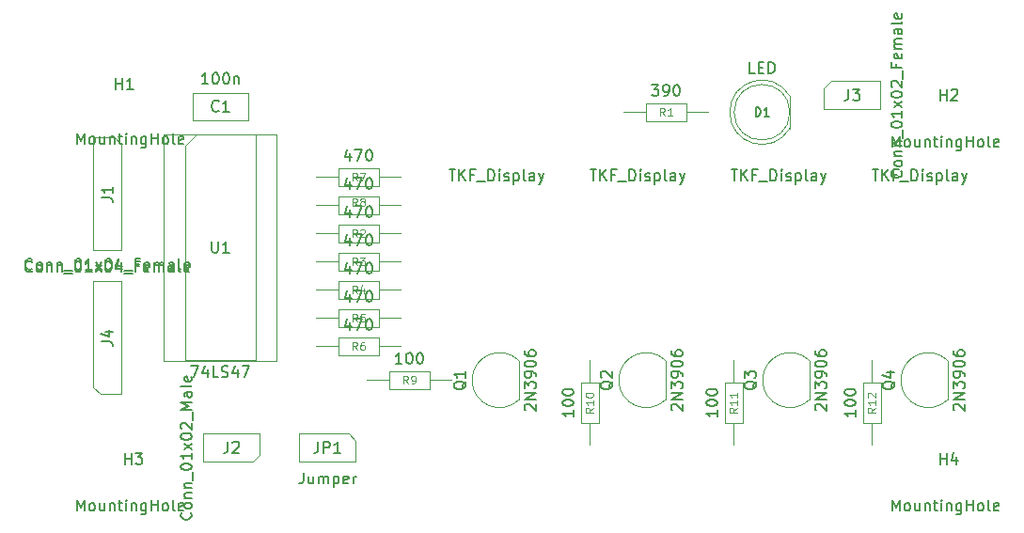
<source format=gbr>
G04 #@! TF.GenerationSoftware,KiCad,Pcbnew,(5.1.4-0-10_14)*
G04 #@! TF.CreationDate,2021-03-24T14:33:32+01:00*
G04 #@! TF.ProjectId,Display7447,44697370-6c61-4793-9734-34372e6b6963,rev?*
G04 #@! TF.SameCoordinates,Original*
G04 #@! TF.FileFunction,Other,Fab,Top*
%FSLAX46Y46*%
G04 Gerber Fmt 4.6, Leading zero omitted, Abs format (unit mm)*
G04 Created by KiCad (PCBNEW (5.1.4-0-10_14)) date 2021-03-24 14:33:32*
%MOMM*%
%LPD*%
G04 APERTURE LIST*
%ADD10C,0.100000*%
%ADD11C,0.150000*%
%ADD12C,0.200000*%
%ADD13C,0.108000*%
G04 APERTURE END LIST*
D10*
X94468000Y-24872000D02*
X94468000Y-22372000D01*
X94468000Y-22372000D02*
X89468000Y-22372000D01*
X89468000Y-22372000D02*
X89468000Y-24872000D01*
X89468000Y-24872000D02*
X94468000Y-24872000D01*
X143216016Y-22660334D02*
G75*
G03X143216000Y-25599694I-2500016J-1469666D01*
G01*
X143216000Y-24130000D02*
G75*
G03X143216000Y-24130000I-2500000J0D01*
G01*
X143216000Y-25599694D02*
X143216000Y-22660306D01*
X80518000Y-36576000D02*
X80518000Y-26416000D01*
X83058000Y-36576000D02*
X80518000Y-36576000D01*
X83058000Y-27051000D02*
X83058000Y-36576000D01*
X82423000Y-26416000D02*
X83058000Y-27051000D01*
X80518000Y-26416000D02*
X82423000Y-26416000D01*
X90424000Y-53086000D02*
X95504000Y-53086000D01*
X90424000Y-55626000D02*
X90424000Y-53086000D01*
X94869000Y-55626000D02*
X90424000Y-55626000D01*
X95504000Y-54991000D02*
X94869000Y-55626000D01*
X95504000Y-53086000D02*
X95504000Y-54991000D01*
X146304000Y-23876000D02*
X146304000Y-21971000D01*
X146304000Y-21971000D02*
X146939000Y-21336000D01*
X146939000Y-21336000D02*
X151384000Y-21336000D01*
X151384000Y-21336000D02*
X151384000Y-23876000D01*
X151384000Y-23876000D02*
X146304000Y-23876000D01*
X83058000Y-49530000D02*
X81153000Y-49530000D01*
X81153000Y-49530000D02*
X80518000Y-48895000D01*
X80518000Y-48895000D02*
X80518000Y-39370000D01*
X80518000Y-39370000D02*
X83058000Y-39370000D01*
X83058000Y-39370000D02*
X83058000Y-49530000D01*
X99060000Y-53086000D02*
X103505000Y-53086000D01*
X103505000Y-53086000D02*
X104140000Y-53721000D01*
X104140000Y-53721000D02*
X104140000Y-55626000D01*
X104140000Y-55626000D02*
X99060000Y-55626000D01*
X99060000Y-55626000D02*
X99060000Y-53086000D01*
X118844000Y-50030000D02*
X118844000Y-46530000D01*
X118847625Y-46506375D02*
G75*
G03X114614000Y-48260000I-1753625J-1753625D01*
G01*
X118847625Y-50013625D02*
G75*
G02X114614000Y-48260000I-1753625J1753625D01*
G01*
X132055625Y-50013625D02*
G75*
G02X127822000Y-48260000I-1753625J1753625D01*
G01*
X132055625Y-46506375D02*
G75*
G03X127822000Y-48260000I-1753625J-1753625D01*
G01*
X132052000Y-50030000D02*
X132052000Y-46530000D01*
X145006000Y-50030000D02*
X145006000Y-46530000D01*
X145009625Y-46506375D02*
G75*
G03X140776000Y-48260000I-1753625J-1753625D01*
G01*
X145009625Y-50013625D02*
G75*
G02X140776000Y-48260000I-1753625J1753625D01*
G01*
X157455625Y-50013625D02*
G75*
G02X153222000Y-48260000I-1753625J1753625D01*
G01*
X157455625Y-46506375D02*
G75*
G03X153222000Y-48260000I-1753625J-1753625D01*
G01*
X157452000Y-50030000D02*
X157452000Y-46530000D01*
X128270000Y-24130000D02*
X130280000Y-24130000D01*
X135890000Y-24130000D02*
X133880000Y-24130000D01*
X130280000Y-24930000D02*
X133880000Y-24930000D01*
X130280000Y-23330000D02*
X130280000Y-24930000D01*
X133880000Y-23330000D02*
X130280000Y-23330000D01*
X133880000Y-24930000D02*
X133880000Y-23330000D01*
X106194000Y-35852000D02*
X106194000Y-34252000D01*
X106194000Y-34252000D02*
X102594000Y-34252000D01*
X102594000Y-34252000D02*
X102594000Y-35852000D01*
X102594000Y-35852000D02*
X106194000Y-35852000D01*
X108204000Y-35052000D02*
X106194000Y-35052000D01*
X100584000Y-35052000D02*
X102594000Y-35052000D01*
X100584000Y-37592000D02*
X102594000Y-37592000D01*
X108204000Y-37592000D02*
X106194000Y-37592000D01*
X102594000Y-38392000D02*
X106194000Y-38392000D01*
X102594000Y-36792000D02*
X102594000Y-38392000D01*
X106194000Y-36792000D02*
X102594000Y-36792000D01*
X106194000Y-38392000D02*
X106194000Y-36792000D01*
X106194000Y-40932000D02*
X106194000Y-39332000D01*
X106194000Y-39332000D02*
X102594000Y-39332000D01*
X102594000Y-39332000D02*
X102594000Y-40932000D01*
X102594000Y-40932000D02*
X106194000Y-40932000D01*
X108204000Y-40132000D02*
X106194000Y-40132000D01*
X100584000Y-40132000D02*
X102594000Y-40132000D01*
X100584000Y-42672000D02*
X102594000Y-42672000D01*
X108204000Y-42672000D02*
X106194000Y-42672000D01*
X102594000Y-43472000D02*
X106194000Y-43472000D01*
X102594000Y-41872000D02*
X102594000Y-43472000D01*
X106194000Y-41872000D02*
X102594000Y-41872000D01*
X106194000Y-43472000D02*
X106194000Y-41872000D01*
X106194000Y-46012000D02*
X106194000Y-44412000D01*
X106194000Y-44412000D02*
X102594000Y-44412000D01*
X102594000Y-44412000D02*
X102594000Y-46012000D01*
X102594000Y-46012000D02*
X106194000Y-46012000D01*
X108204000Y-45212000D02*
X106194000Y-45212000D01*
X100584000Y-45212000D02*
X102594000Y-45212000D01*
X100584000Y-29972000D02*
X102594000Y-29972000D01*
X108204000Y-29972000D02*
X106194000Y-29972000D01*
X102594000Y-30772000D02*
X106194000Y-30772000D01*
X102594000Y-29172000D02*
X102594000Y-30772000D01*
X106194000Y-29172000D02*
X102594000Y-29172000D01*
X106194000Y-30772000D02*
X106194000Y-29172000D01*
X106194000Y-33312000D02*
X106194000Y-31712000D01*
X106194000Y-31712000D02*
X102594000Y-31712000D01*
X102594000Y-31712000D02*
X102594000Y-33312000D01*
X102594000Y-33312000D02*
X106194000Y-33312000D01*
X108204000Y-32512000D02*
X106194000Y-32512000D01*
X100584000Y-32512000D02*
X102594000Y-32512000D01*
X105156000Y-48260000D02*
X107166000Y-48260000D01*
X112776000Y-48260000D02*
X110766000Y-48260000D01*
X107166000Y-49060000D02*
X110766000Y-49060000D01*
X107166000Y-47460000D02*
X107166000Y-49060000D01*
X110766000Y-47460000D02*
X107166000Y-47460000D01*
X110766000Y-49060000D02*
X110766000Y-47460000D01*
X125222000Y-54102000D02*
X125222000Y-52092000D01*
X125222000Y-46482000D02*
X125222000Y-48492000D01*
X126022000Y-52092000D02*
X126022000Y-48492000D01*
X124422000Y-52092000D02*
X126022000Y-52092000D01*
X124422000Y-48492000D02*
X124422000Y-52092000D01*
X126022000Y-48492000D02*
X124422000Y-48492000D01*
X138976000Y-48492000D02*
X137376000Y-48492000D01*
X137376000Y-48492000D02*
X137376000Y-52092000D01*
X137376000Y-52092000D02*
X138976000Y-52092000D01*
X138976000Y-52092000D02*
X138976000Y-48492000D01*
X138176000Y-46482000D02*
X138176000Y-48492000D01*
X138176000Y-54102000D02*
X138176000Y-52092000D01*
X151422000Y-48492000D02*
X149822000Y-48492000D01*
X149822000Y-48492000D02*
X149822000Y-52092000D01*
X149822000Y-52092000D02*
X151422000Y-52092000D01*
X151422000Y-52092000D02*
X151422000Y-48492000D01*
X150622000Y-46482000D02*
X150622000Y-48492000D01*
X150622000Y-54102000D02*
X150622000Y-52092000D01*
X89773000Y-26162000D02*
X95123000Y-26162000D01*
X95123000Y-26162000D02*
X95123000Y-46482000D01*
X95123000Y-46482000D02*
X88773000Y-46482000D01*
X88773000Y-46482000D02*
X88773000Y-27162000D01*
X88773000Y-27162000D02*
X89773000Y-26162000D01*
X86868000Y-26102000D02*
X86868000Y-46542000D01*
X86868000Y-46542000D02*
X97028000Y-46542000D01*
X97028000Y-46542000D02*
X97028000Y-26102000D01*
X97028000Y-26102000D02*
X86868000Y-26102000D01*
D11*
X90848952Y-21574380D02*
X90277523Y-21574380D01*
X90563238Y-21574380D02*
X90563238Y-20574380D01*
X90468000Y-20717238D01*
X90372761Y-20812476D01*
X90277523Y-20860095D01*
X91468000Y-20574380D02*
X91563238Y-20574380D01*
X91658476Y-20622000D01*
X91706095Y-20669619D01*
X91753714Y-20764857D01*
X91801333Y-20955333D01*
X91801333Y-21193428D01*
X91753714Y-21383904D01*
X91706095Y-21479142D01*
X91658476Y-21526761D01*
X91563238Y-21574380D01*
X91468000Y-21574380D01*
X91372761Y-21526761D01*
X91325142Y-21479142D01*
X91277523Y-21383904D01*
X91229904Y-21193428D01*
X91229904Y-20955333D01*
X91277523Y-20764857D01*
X91325142Y-20669619D01*
X91372761Y-20622000D01*
X91468000Y-20574380D01*
X92420380Y-20574380D02*
X92515619Y-20574380D01*
X92610857Y-20622000D01*
X92658476Y-20669619D01*
X92706095Y-20764857D01*
X92753714Y-20955333D01*
X92753714Y-21193428D01*
X92706095Y-21383904D01*
X92658476Y-21479142D01*
X92610857Y-21526761D01*
X92515619Y-21574380D01*
X92420380Y-21574380D01*
X92325142Y-21526761D01*
X92277523Y-21479142D01*
X92229904Y-21383904D01*
X92182285Y-21193428D01*
X92182285Y-20955333D01*
X92229904Y-20764857D01*
X92277523Y-20669619D01*
X92325142Y-20622000D01*
X92420380Y-20574380D01*
X93182285Y-20907714D02*
X93182285Y-21574380D01*
X93182285Y-21002952D02*
X93229904Y-20955333D01*
X93325142Y-20907714D01*
X93468000Y-20907714D01*
X93563238Y-20955333D01*
X93610857Y-21050571D01*
X93610857Y-21574380D01*
X91801333Y-23979142D02*
X91753714Y-24026761D01*
X91610857Y-24074380D01*
X91515619Y-24074380D01*
X91372761Y-24026761D01*
X91277523Y-23931523D01*
X91229904Y-23836285D01*
X91182285Y-23645809D01*
X91182285Y-23502952D01*
X91229904Y-23312476D01*
X91277523Y-23217238D01*
X91372761Y-23122000D01*
X91515619Y-23074380D01*
X91610857Y-23074380D01*
X91753714Y-23122000D01*
X91801333Y-23169619D01*
X92753714Y-24074380D02*
X92182285Y-24074380D01*
X92468000Y-24074380D02*
X92468000Y-23074380D01*
X92372761Y-23217238D01*
X92277523Y-23312476D01*
X92182285Y-23360095D01*
X140073142Y-20622380D02*
X139596952Y-20622380D01*
X139596952Y-19622380D01*
X140406476Y-20098571D02*
X140739809Y-20098571D01*
X140882666Y-20622380D02*
X140406476Y-20622380D01*
X140406476Y-19622380D01*
X140882666Y-19622380D01*
X141311238Y-20622380D02*
X141311238Y-19622380D01*
X141549333Y-19622380D01*
X141692190Y-19670000D01*
X141787428Y-19765238D01*
X141835047Y-19860476D01*
X141882666Y-20050952D01*
X141882666Y-20193809D01*
X141835047Y-20384285D01*
X141787428Y-20479523D01*
X141692190Y-20574761D01*
X141549333Y-20622380D01*
X141311238Y-20622380D01*
D12*
X140145523Y-24491904D02*
X140145523Y-23691904D01*
X140336000Y-23691904D01*
X140450285Y-23730000D01*
X140526476Y-23806190D01*
X140564571Y-23882380D01*
X140602666Y-24034761D01*
X140602666Y-24149047D01*
X140564571Y-24301428D01*
X140526476Y-24377619D01*
X140450285Y-24453809D01*
X140336000Y-24491904D01*
X140145523Y-24491904D01*
X141364571Y-24491904D02*
X140907428Y-24491904D01*
X141136000Y-24491904D02*
X141136000Y-23691904D01*
X141059809Y-23806190D01*
X140983619Y-23882380D01*
X140907428Y-23920476D01*
D11*
X79034285Y-27004380D02*
X79034285Y-26004380D01*
X79367619Y-26718666D01*
X79700952Y-26004380D01*
X79700952Y-27004380D01*
X80320000Y-27004380D02*
X80224761Y-26956761D01*
X80177142Y-26909142D01*
X80129523Y-26813904D01*
X80129523Y-26528190D01*
X80177142Y-26432952D01*
X80224761Y-26385333D01*
X80320000Y-26337714D01*
X80462857Y-26337714D01*
X80558095Y-26385333D01*
X80605714Y-26432952D01*
X80653333Y-26528190D01*
X80653333Y-26813904D01*
X80605714Y-26909142D01*
X80558095Y-26956761D01*
X80462857Y-27004380D01*
X80320000Y-27004380D01*
X81510476Y-26337714D02*
X81510476Y-27004380D01*
X81081904Y-26337714D02*
X81081904Y-26861523D01*
X81129523Y-26956761D01*
X81224761Y-27004380D01*
X81367619Y-27004380D01*
X81462857Y-26956761D01*
X81510476Y-26909142D01*
X81986666Y-26337714D02*
X81986666Y-27004380D01*
X81986666Y-26432952D02*
X82034285Y-26385333D01*
X82129523Y-26337714D01*
X82272380Y-26337714D01*
X82367619Y-26385333D01*
X82415238Y-26480571D01*
X82415238Y-27004380D01*
X82748571Y-26337714D02*
X83129523Y-26337714D01*
X82891428Y-26004380D02*
X82891428Y-26861523D01*
X82939047Y-26956761D01*
X83034285Y-27004380D01*
X83129523Y-27004380D01*
X83462857Y-27004380D02*
X83462857Y-26337714D01*
X83462857Y-26004380D02*
X83415238Y-26052000D01*
X83462857Y-26099619D01*
X83510476Y-26052000D01*
X83462857Y-26004380D01*
X83462857Y-26099619D01*
X83939047Y-26337714D02*
X83939047Y-27004380D01*
X83939047Y-26432952D02*
X83986666Y-26385333D01*
X84081904Y-26337714D01*
X84224761Y-26337714D01*
X84320000Y-26385333D01*
X84367619Y-26480571D01*
X84367619Y-27004380D01*
X85272380Y-26337714D02*
X85272380Y-27147238D01*
X85224761Y-27242476D01*
X85177142Y-27290095D01*
X85081904Y-27337714D01*
X84939047Y-27337714D01*
X84843809Y-27290095D01*
X85272380Y-26956761D02*
X85177142Y-27004380D01*
X84986666Y-27004380D01*
X84891428Y-26956761D01*
X84843809Y-26909142D01*
X84796190Y-26813904D01*
X84796190Y-26528190D01*
X84843809Y-26432952D01*
X84891428Y-26385333D01*
X84986666Y-26337714D01*
X85177142Y-26337714D01*
X85272380Y-26385333D01*
X85748571Y-27004380D02*
X85748571Y-26004380D01*
X85748571Y-26480571D02*
X86320000Y-26480571D01*
X86320000Y-27004380D02*
X86320000Y-26004380D01*
X86939047Y-27004380D02*
X86843809Y-26956761D01*
X86796190Y-26909142D01*
X86748571Y-26813904D01*
X86748571Y-26528190D01*
X86796190Y-26432952D01*
X86843809Y-26385333D01*
X86939047Y-26337714D01*
X87081904Y-26337714D01*
X87177142Y-26385333D01*
X87224761Y-26432952D01*
X87272380Y-26528190D01*
X87272380Y-26813904D01*
X87224761Y-26909142D01*
X87177142Y-26956761D01*
X87081904Y-27004380D01*
X86939047Y-27004380D01*
X87843809Y-27004380D02*
X87748571Y-26956761D01*
X87700952Y-26861523D01*
X87700952Y-26004380D01*
X88605714Y-26956761D02*
X88510476Y-27004380D01*
X88320000Y-27004380D01*
X88224761Y-26956761D01*
X88177142Y-26861523D01*
X88177142Y-26480571D01*
X88224761Y-26385333D01*
X88320000Y-26337714D01*
X88510476Y-26337714D01*
X88605714Y-26385333D01*
X88653333Y-26480571D01*
X88653333Y-26575809D01*
X88177142Y-26671047D01*
X82550095Y-22042380D02*
X82550095Y-21042380D01*
X82550095Y-21518571D02*
X83121523Y-21518571D01*
X83121523Y-22042380D02*
X83121523Y-21042380D01*
X84121523Y-22042380D02*
X83550095Y-22042380D01*
X83835809Y-22042380D02*
X83835809Y-21042380D01*
X83740571Y-21185238D01*
X83645333Y-21280476D01*
X83550095Y-21328095D01*
X152440285Y-27258380D02*
X152440285Y-26258380D01*
X152773619Y-26972666D01*
X153106952Y-26258380D01*
X153106952Y-27258380D01*
X153726000Y-27258380D02*
X153630761Y-27210761D01*
X153583142Y-27163142D01*
X153535523Y-27067904D01*
X153535523Y-26782190D01*
X153583142Y-26686952D01*
X153630761Y-26639333D01*
X153726000Y-26591714D01*
X153868857Y-26591714D01*
X153964095Y-26639333D01*
X154011714Y-26686952D01*
X154059333Y-26782190D01*
X154059333Y-27067904D01*
X154011714Y-27163142D01*
X153964095Y-27210761D01*
X153868857Y-27258380D01*
X153726000Y-27258380D01*
X154916476Y-26591714D02*
X154916476Y-27258380D01*
X154487904Y-26591714D02*
X154487904Y-27115523D01*
X154535523Y-27210761D01*
X154630761Y-27258380D01*
X154773619Y-27258380D01*
X154868857Y-27210761D01*
X154916476Y-27163142D01*
X155392666Y-26591714D02*
X155392666Y-27258380D01*
X155392666Y-26686952D02*
X155440285Y-26639333D01*
X155535523Y-26591714D01*
X155678380Y-26591714D01*
X155773619Y-26639333D01*
X155821238Y-26734571D01*
X155821238Y-27258380D01*
X156154571Y-26591714D02*
X156535523Y-26591714D01*
X156297428Y-26258380D02*
X156297428Y-27115523D01*
X156345047Y-27210761D01*
X156440285Y-27258380D01*
X156535523Y-27258380D01*
X156868857Y-27258380D02*
X156868857Y-26591714D01*
X156868857Y-26258380D02*
X156821238Y-26306000D01*
X156868857Y-26353619D01*
X156916476Y-26306000D01*
X156868857Y-26258380D01*
X156868857Y-26353619D01*
X157345047Y-26591714D02*
X157345047Y-27258380D01*
X157345047Y-26686952D02*
X157392666Y-26639333D01*
X157487904Y-26591714D01*
X157630761Y-26591714D01*
X157726000Y-26639333D01*
X157773619Y-26734571D01*
X157773619Y-27258380D01*
X158678380Y-26591714D02*
X158678380Y-27401238D01*
X158630761Y-27496476D01*
X158583142Y-27544095D01*
X158487904Y-27591714D01*
X158345047Y-27591714D01*
X158249809Y-27544095D01*
X158678380Y-27210761D02*
X158583142Y-27258380D01*
X158392666Y-27258380D01*
X158297428Y-27210761D01*
X158249809Y-27163142D01*
X158202190Y-27067904D01*
X158202190Y-26782190D01*
X158249809Y-26686952D01*
X158297428Y-26639333D01*
X158392666Y-26591714D01*
X158583142Y-26591714D01*
X158678380Y-26639333D01*
X159154571Y-27258380D02*
X159154571Y-26258380D01*
X159154571Y-26734571D02*
X159726000Y-26734571D01*
X159726000Y-27258380D02*
X159726000Y-26258380D01*
X160345047Y-27258380D02*
X160249809Y-27210761D01*
X160202190Y-27163142D01*
X160154571Y-27067904D01*
X160154571Y-26782190D01*
X160202190Y-26686952D01*
X160249809Y-26639333D01*
X160345047Y-26591714D01*
X160487904Y-26591714D01*
X160583142Y-26639333D01*
X160630761Y-26686952D01*
X160678380Y-26782190D01*
X160678380Y-27067904D01*
X160630761Y-27163142D01*
X160583142Y-27210761D01*
X160487904Y-27258380D01*
X160345047Y-27258380D01*
X161249809Y-27258380D02*
X161154571Y-27210761D01*
X161106952Y-27115523D01*
X161106952Y-26258380D01*
X162011714Y-27210761D02*
X161916476Y-27258380D01*
X161726000Y-27258380D01*
X161630761Y-27210761D01*
X161583142Y-27115523D01*
X161583142Y-26734571D01*
X161630761Y-26639333D01*
X161726000Y-26591714D01*
X161916476Y-26591714D01*
X162011714Y-26639333D01*
X162059333Y-26734571D01*
X162059333Y-26829809D01*
X161583142Y-26925047D01*
X156764095Y-23058380D02*
X156764095Y-22058380D01*
X156764095Y-22534571D02*
X157335523Y-22534571D01*
X157335523Y-23058380D02*
X157335523Y-22058380D01*
X157764095Y-22153619D02*
X157811714Y-22106000D01*
X157906952Y-22058380D01*
X158145047Y-22058380D01*
X158240285Y-22106000D01*
X158287904Y-22153619D01*
X158335523Y-22248857D01*
X158335523Y-22344095D01*
X158287904Y-22486952D01*
X157716476Y-23058380D01*
X158335523Y-23058380D01*
X79034285Y-60024380D02*
X79034285Y-59024380D01*
X79367619Y-59738666D01*
X79700952Y-59024380D01*
X79700952Y-60024380D01*
X80320000Y-60024380D02*
X80224761Y-59976761D01*
X80177142Y-59929142D01*
X80129523Y-59833904D01*
X80129523Y-59548190D01*
X80177142Y-59452952D01*
X80224761Y-59405333D01*
X80320000Y-59357714D01*
X80462857Y-59357714D01*
X80558095Y-59405333D01*
X80605714Y-59452952D01*
X80653333Y-59548190D01*
X80653333Y-59833904D01*
X80605714Y-59929142D01*
X80558095Y-59976761D01*
X80462857Y-60024380D01*
X80320000Y-60024380D01*
X81510476Y-59357714D02*
X81510476Y-60024380D01*
X81081904Y-59357714D02*
X81081904Y-59881523D01*
X81129523Y-59976761D01*
X81224761Y-60024380D01*
X81367619Y-60024380D01*
X81462857Y-59976761D01*
X81510476Y-59929142D01*
X81986666Y-59357714D02*
X81986666Y-60024380D01*
X81986666Y-59452952D02*
X82034285Y-59405333D01*
X82129523Y-59357714D01*
X82272380Y-59357714D01*
X82367619Y-59405333D01*
X82415238Y-59500571D01*
X82415238Y-60024380D01*
X82748571Y-59357714D02*
X83129523Y-59357714D01*
X82891428Y-59024380D02*
X82891428Y-59881523D01*
X82939047Y-59976761D01*
X83034285Y-60024380D01*
X83129523Y-60024380D01*
X83462857Y-60024380D02*
X83462857Y-59357714D01*
X83462857Y-59024380D02*
X83415238Y-59072000D01*
X83462857Y-59119619D01*
X83510476Y-59072000D01*
X83462857Y-59024380D01*
X83462857Y-59119619D01*
X83939047Y-59357714D02*
X83939047Y-60024380D01*
X83939047Y-59452952D02*
X83986666Y-59405333D01*
X84081904Y-59357714D01*
X84224761Y-59357714D01*
X84320000Y-59405333D01*
X84367619Y-59500571D01*
X84367619Y-60024380D01*
X85272380Y-59357714D02*
X85272380Y-60167238D01*
X85224761Y-60262476D01*
X85177142Y-60310095D01*
X85081904Y-60357714D01*
X84939047Y-60357714D01*
X84843809Y-60310095D01*
X85272380Y-59976761D02*
X85177142Y-60024380D01*
X84986666Y-60024380D01*
X84891428Y-59976761D01*
X84843809Y-59929142D01*
X84796190Y-59833904D01*
X84796190Y-59548190D01*
X84843809Y-59452952D01*
X84891428Y-59405333D01*
X84986666Y-59357714D01*
X85177142Y-59357714D01*
X85272380Y-59405333D01*
X85748571Y-60024380D02*
X85748571Y-59024380D01*
X85748571Y-59500571D02*
X86320000Y-59500571D01*
X86320000Y-60024380D02*
X86320000Y-59024380D01*
X86939047Y-60024380D02*
X86843809Y-59976761D01*
X86796190Y-59929142D01*
X86748571Y-59833904D01*
X86748571Y-59548190D01*
X86796190Y-59452952D01*
X86843809Y-59405333D01*
X86939047Y-59357714D01*
X87081904Y-59357714D01*
X87177142Y-59405333D01*
X87224761Y-59452952D01*
X87272380Y-59548190D01*
X87272380Y-59833904D01*
X87224761Y-59929142D01*
X87177142Y-59976761D01*
X87081904Y-60024380D01*
X86939047Y-60024380D01*
X87843809Y-60024380D02*
X87748571Y-59976761D01*
X87700952Y-59881523D01*
X87700952Y-59024380D01*
X88605714Y-59976761D02*
X88510476Y-60024380D01*
X88320000Y-60024380D01*
X88224761Y-59976761D01*
X88177142Y-59881523D01*
X88177142Y-59500571D01*
X88224761Y-59405333D01*
X88320000Y-59357714D01*
X88510476Y-59357714D01*
X88605714Y-59405333D01*
X88653333Y-59500571D01*
X88653333Y-59595809D01*
X88177142Y-59691047D01*
X83358095Y-55824380D02*
X83358095Y-54824380D01*
X83358095Y-55300571D02*
X83929523Y-55300571D01*
X83929523Y-55824380D02*
X83929523Y-54824380D01*
X84310476Y-54824380D02*
X84929523Y-54824380D01*
X84596190Y-55205333D01*
X84739047Y-55205333D01*
X84834285Y-55252952D01*
X84881904Y-55300571D01*
X84929523Y-55395809D01*
X84929523Y-55633904D01*
X84881904Y-55729142D01*
X84834285Y-55776761D01*
X84739047Y-55824380D01*
X84453333Y-55824380D01*
X84358095Y-55776761D01*
X84310476Y-55729142D01*
X152440285Y-60024380D02*
X152440285Y-59024380D01*
X152773619Y-59738666D01*
X153106952Y-59024380D01*
X153106952Y-60024380D01*
X153726000Y-60024380D02*
X153630761Y-59976761D01*
X153583142Y-59929142D01*
X153535523Y-59833904D01*
X153535523Y-59548190D01*
X153583142Y-59452952D01*
X153630761Y-59405333D01*
X153726000Y-59357714D01*
X153868857Y-59357714D01*
X153964095Y-59405333D01*
X154011714Y-59452952D01*
X154059333Y-59548190D01*
X154059333Y-59833904D01*
X154011714Y-59929142D01*
X153964095Y-59976761D01*
X153868857Y-60024380D01*
X153726000Y-60024380D01*
X154916476Y-59357714D02*
X154916476Y-60024380D01*
X154487904Y-59357714D02*
X154487904Y-59881523D01*
X154535523Y-59976761D01*
X154630761Y-60024380D01*
X154773619Y-60024380D01*
X154868857Y-59976761D01*
X154916476Y-59929142D01*
X155392666Y-59357714D02*
X155392666Y-60024380D01*
X155392666Y-59452952D02*
X155440285Y-59405333D01*
X155535523Y-59357714D01*
X155678380Y-59357714D01*
X155773619Y-59405333D01*
X155821238Y-59500571D01*
X155821238Y-60024380D01*
X156154571Y-59357714D02*
X156535523Y-59357714D01*
X156297428Y-59024380D02*
X156297428Y-59881523D01*
X156345047Y-59976761D01*
X156440285Y-60024380D01*
X156535523Y-60024380D01*
X156868857Y-60024380D02*
X156868857Y-59357714D01*
X156868857Y-59024380D02*
X156821238Y-59072000D01*
X156868857Y-59119619D01*
X156916476Y-59072000D01*
X156868857Y-59024380D01*
X156868857Y-59119619D01*
X157345047Y-59357714D02*
X157345047Y-60024380D01*
X157345047Y-59452952D02*
X157392666Y-59405333D01*
X157487904Y-59357714D01*
X157630761Y-59357714D01*
X157726000Y-59405333D01*
X157773619Y-59500571D01*
X157773619Y-60024380D01*
X158678380Y-59357714D02*
X158678380Y-60167238D01*
X158630761Y-60262476D01*
X158583142Y-60310095D01*
X158487904Y-60357714D01*
X158345047Y-60357714D01*
X158249809Y-60310095D01*
X158678380Y-59976761D02*
X158583142Y-60024380D01*
X158392666Y-60024380D01*
X158297428Y-59976761D01*
X158249809Y-59929142D01*
X158202190Y-59833904D01*
X158202190Y-59548190D01*
X158249809Y-59452952D01*
X158297428Y-59405333D01*
X158392666Y-59357714D01*
X158583142Y-59357714D01*
X158678380Y-59405333D01*
X159154571Y-60024380D02*
X159154571Y-59024380D01*
X159154571Y-59500571D02*
X159726000Y-59500571D01*
X159726000Y-60024380D02*
X159726000Y-59024380D01*
X160345047Y-60024380D02*
X160249809Y-59976761D01*
X160202190Y-59929142D01*
X160154571Y-59833904D01*
X160154571Y-59548190D01*
X160202190Y-59452952D01*
X160249809Y-59405333D01*
X160345047Y-59357714D01*
X160487904Y-59357714D01*
X160583142Y-59405333D01*
X160630761Y-59452952D01*
X160678380Y-59548190D01*
X160678380Y-59833904D01*
X160630761Y-59929142D01*
X160583142Y-59976761D01*
X160487904Y-60024380D01*
X160345047Y-60024380D01*
X161249809Y-60024380D02*
X161154571Y-59976761D01*
X161106952Y-59881523D01*
X161106952Y-59024380D01*
X162011714Y-59976761D02*
X161916476Y-60024380D01*
X161726000Y-60024380D01*
X161630761Y-59976761D01*
X161583142Y-59881523D01*
X161583142Y-59500571D01*
X161630761Y-59405333D01*
X161726000Y-59357714D01*
X161916476Y-59357714D01*
X162011714Y-59405333D01*
X162059333Y-59500571D01*
X162059333Y-59595809D01*
X161583142Y-59691047D01*
X156764095Y-55824380D02*
X156764095Y-54824380D01*
X156764095Y-55300571D02*
X157335523Y-55300571D01*
X157335523Y-55824380D02*
X157335523Y-54824380D01*
X158240285Y-55157714D02*
X158240285Y-55824380D01*
X158002190Y-54776761D02*
X157764095Y-55491047D01*
X158383142Y-55491047D01*
X75002285Y-38433142D02*
X74954666Y-38480761D01*
X74811809Y-38528380D01*
X74716571Y-38528380D01*
X74573714Y-38480761D01*
X74478476Y-38385523D01*
X74430857Y-38290285D01*
X74383238Y-38099809D01*
X74383238Y-37956952D01*
X74430857Y-37766476D01*
X74478476Y-37671238D01*
X74573714Y-37576000D01*
X74716571Y-37528380D01*
X74811809Y-37528380D01*
X74954666Y-37576000D01*
X75002285Y-37623619D01*
X75573714Y-38528380D02*
X75478476Y-38480761D01*
X75430857Y-38433142D01*
X75383238Y-38337904D01*
X75383238Y-38052190D01*
X75430857Y-37956952D01*
X75478476Y-37909333D01*
X75573714Y-37861714D01*
X75716571Y-37861714D01*
X75811809Y-37909333D01*
X75859428Y-37956952D01*
X75907047Y-38052190D01*
X75907047Y-38337904D01*
X75859428Y-38433142D01*
X75811809Y-38480761D01*
X75716571Y-38528380D01*
X75573714Y-38528380D01*
X76335619Y-37861714D02*
X76335619Y-38528380D01*
X76335619Y-37956952D02*
X76383238Y-37909333D01*
X76478476Y-37861714D01*
X76621333Y-37861714D01*
X76716571Y-37909333D01*
X76764190Y-38004571D01*
X76764190Y-38528380D01*
X77240380Y-37861714D02*
X77240380Y-38528380D01*
X77240380Y-37956952D02*
X77288000Y-37909333D01*
X77383238Y-37861714D01*
X77526095Y-37861714D01*
X77621333Y-37909333D01*
X77668952Y-38004571D01*
X77668952Y-38528380D01*
X77907047Y-38623619D02*
X78668952Y-38623619D01*
X79097523Y-37528380D02*
X79192761Y-37528380D01*
X79288000Y-37576000D01*
X79335619Y-37623619D01*
X79383238Y-37718857D01*
X79430857Y-37909333D01*
X79430857Y-38147428D01*
X79383238Y-38337904D01*
X79335619Y-38433142D01*
X79288000Y-38480761D01*
X79192761Y-38528380D01*
X79097523Y-38528380D01*
X79002285Y-38480761D01*
X78954666Y-38433142D01*
X78907047Y-38337904D01*
X78859428Y-38147428D01*
X78859428Y-37909333D01*
X78907047Y-37718857D01*
X78954666Y-37623619D01*
X79002285Y-37576000D01*
X79097523Y-37528380D01*
X80383238Y-38528380D02*
X79811809Y-38528380D01*
X80097523Y-38528380D02*
X80097523Y-37528380D01*
X80002285Y-37671238D01*
X79907047Y-37766476D01*
X79811809Y-37814095D01*
X80716571Y-38528380D02*
X81240380Y-37861714D01*
X80716571Y-37861714D02*
X81240380Y-38528380D01*
X81811809Y-37528380D02*
X81907047Y-37528380D01*
X82002285Y-37576000D01*
X82049904Y-37623619D01*
X82097523Y-37718857D01*
X82145142Y-37909333D01*
X82145142Y-38147428D01*
X82097523Y-38337904D01*
X82049904Y-38433142D01*
X82002285Y-38480761D01*
X81907047Y-38528380D01*
X81811809Y-38528380D01*
X81716571Y-38480761D01*
X81668952Y-38433142D01*
X81621333Y-38337904D01*
X81573714Y-38147428D01*
X81573714Y-37909333D01*
X81621333Y-37718857D01*
X81668952Y-37623619D01*
X81716571Y-37576000D01*
X81811809Y-37528380D01*
X83002285Y-37861714D02*
X83002285Y-38528380D01*
X82764190Y-37480761D02*
X82526095Y-38195047D01*
X83145142Y-38195047D01*
X83288000Y-38623619D02*
X84049904Y-38623619D01*
X84621333Y-38004571D02*
X84288000Y-38004571D01*
X84288000Y-38528380D02*
X84288000Y-37528380D01*
X84764190Y-37528380D01*
X85526095Y-38480761D02*
X85430857Y-38528380D01*
X85240380Y-38528380D01*
X85145142Y-38480761D01*
X85097523Y-38385523D01*
X85097523Y-38004571D01*
X85145142Y-37909333D01*
X85240380Y-37861714D01*
X85430857Y-37861714D01*
X85526095Y-37909333D01*
X85573714Y-38004571D01*
X85573714Y-38099809D01*
X85097523Y-38195047D01*
X86002285Y-38528380D02*
X86002285Y-37861714D01*
X86002285Y-37956952D02*
X86049904Y-37909333D01*
X86145142Y-37861714D01*
X86288000Y-37861714D01*
X86383238Y-37909333D01*
X86430857Y-38004571D01*
X86430857Y-38528380D01*
X86430857Y-38004571D02*
X86478476Y-37909333D01*
X86573714Y-37861714D01*
X86716571Y-37861714D01*
X86811809Y-37909333D01*
X86859428Y-38004571D01*
X86859428Y-38528380D01*
X87764190Y-38528380D02*
X87764190Y-38004571D01*
X87716571Y-37909333D01*
X87621333Y-37861714D01*
X87430857Y-37861714D01*
X87335619Y-37909333D01*
X87764190Y-38480761D02*
X87668952Y-38528380D01*
X87430857Y-38528380D01*
X87335619Y-38480761D01*
X87288000Y-38385523D01*
X87288000Y-38290285D01*
X87335619Y-38195047D01*
X87430857Y-38147428D01*
X87668952Y-38147428D01*
X87764190Y-38099809D01*
X88383238Y-38528380D02*
X88288000Y-38480761D01*
X88240380Y-38385523D01*
X88240380Y-37528380D01*
X89145142Y-38480761D02*
X89049904Y-38528380D01*
X88859428Y-38528380D01*
X88764190Y-38480761D01*
X88716571Y-38385523D01*
X88716571Y-38004571D01*
X88764190Y-37909333D01*
X88859428Y-37861714D01*
X89049904Y-37861714D01*
X89145142Y-37909333D01*
X89192761Y-38004571D01*
X89192761Y-38099809D01*
X88716571Y-38195047D01*
X81240380Y-31829333D02*
X81954666Y-31829333D01*
X82097523Y-31876952D01*
X82192761Y-31972190D01*
X82240380Y-32115047D01*
X82240380Y-32210285D01*
X82240380Y-30829333D02*
X82240380Y-31400761D01*
X82240380Y-31115047D02*
X81240380Y-31115047D01*
X81383238Y-31210285D01*
X81478476Y-31305523D01*
X81526095Y-31400761D01*
X89281142Y-60189333D02*
X89328761Y-60236952D01*
X89376380Y-60379809D01*
X89376380Y-60475047D01*
X89328761Y-60617904D01*
X89233523Y-60713142D01*
X89138285Y-60760761D01*
X88947809Y-60808380D01*
X88804952Y-60808380D01*
X88614476Y-60760761D01*
X88519238Y-60713142D01*
X88424000Y-60617904D01*
X88376380Y-60475047D01*
X88376380Y-60379809D01*
X88424000Y-60236952D01*
X88471619Y-60189333D01*
X89376380Y-59617904D02*
X89328761Y-59713142D01*
X89281142Y-59760761D01*
X89185904Y-59808380D01*
X88900190Y-59808380D01*
X88804952Y-59760761D01*
X88757333Y-59713142D01*
X88709714Y-59617904D01*
X88709714Y-59475047D01*
X88757333Y-59379809D01*
X88804952Y-59332190D01*
X88900190Y-59284571D01*
X89185904Y-59284571D01*
X89281142Y-59332190D01*
X89328761Y-59379809D01*
X89376380Y-59475047D01*
X89376380Y-59617904D01*
X88709714Y-58856000D02*
X89376380Y-58856000D01*
X88804952Y-58856000D02*
X88757333Y-58808380D01*
X88709714Y-58713142D01*
X88709714Y-58570285D01*
X88757333Y-58475047D01*
X88852571Y-58427428D01*
X89376380Y-58427428D01*
X88709714Y-57951238D02*
X89376380Y-57951238D01*
X88804952Y-57951238D02*
X88757333Y-57903619D01*
X88709714Y-57808380D01*
X88709714Y-57665523D01*
X88757333Y-57570285D01*
X88852571Y-57522666D01*
X89376380Y-57522666D01*
X89471619Y-57284571D02*
X89471619Y-56522666D01*
X88376380Y-56094095D02*
X88376380Y-55998857D01*
X88424000Y-55903619D01*
X88471619Y-55856000D01*
X88566857Y-55808380D01*
X88757333Y-55760761D01*
X88995428Y-55760761D01*
X89185904Y-55808380D01*
X89281142Y-55856000D01*
X89328761Y-55903619D01*
X89376380Y-55998857D01*
X89376380Y-56094095D01*
X89328761Y-56189333D01*
X89281142Y-56236952D01*
X89185904Y-56284571D01*
X88995428Y-56332190D01*
X88757333Y-56332190D01*
X88566857Y-56284571D01*
X88471619Y-56236952D01*
X88424000Y-56189333D01*
X88376380Y-56094095D01*
X89376380Y-54808380D02*
X89376380Y-55379809D01*
X89376380Y-55094095D02*
X88376380Y-55094095D01*
X88519238Y-55189333D01*
X88614476Y-55284571D01*
X88662095Y-55379809D01*
X89376380Y-54475047D02*
X88709714Y-53951238D01*
X88709714Y-54475047D02*
X89376380Y-53951238D01*
X88376380Y-53379809D02*
X88376380Y-53284571D01*
X88424000Y-53189333D01*
X88471619Y-53141714D01*
X88566857Y-53094095D01*
X88757333Y-53046476D01*
X88995428Y-53046476D01*
X89185904Y-53094095D01*
X89281142Y-53141714D01*
X89328761Y-53189333D01*
X89376380Y-53284571D01*
X89376380Y-53379809D01*
X89328761Y-53475047D01*
X89281142Y-53522666D01*
X89185904Y-53570285D01*
X88995428Y-53617904D01*
X88757333Y-53617904D01*
X88566857Y-53570285D01*
X88471619Y-53522666D01*
X88424000Y-53475047D01*
X88376380Y-53379809D01*
X88471619Y-52665523D02*
X88424000Y-52617904D01*
X88376380Y-52522666D01*
X88376380Y-52284571D01*
X88424000Y-52189333D01*
X88471619Y-52141714D01*
X88566857Y-52094095D01*
X88662095Y-52094095D01*
X88804952Y-52141714D01*
X89376380Y-52713142D01*
X89376380Y-52094095D01*
X89471619Y-51903619D02*
X89471619Y-51141714D01*
X89376380Y-50903619D02*
X88376380Y-50903619D01*
X89090666Y-50570285D01*
X88376380Y-50236952D01*
X89376380Y-50236952D01*
X89376380Y-49332190D02*
X88852571Y-49332190D01*
X88757333Y-49379809D01*
X88709714Y-49475047D01*
X88709714Y-49665523D01*
X88757333Y-49760761D01*
X89328761Y-49332190D02*
X89376380Y-49427428D01*
X89376380Y-49665523D01*
X89328761Y-49760761D01*
X89233523Y-49808380D01*
X89138285Y-49808380D01*
X89043047Y-49760761D01*
X88995428Y-49665523D01*
X88995428Y-49427428D01*
X88947809Y-49332190D01*
X89376380Y-48713142D02*
X89328761Y-48808380D01*
X89233523Y-48856000D01*
X88376380Y-48856000D01*
X89328761Y-47951238D02*
X89376380Y-48046476D01*
X89376380Y-48236952D01*
X89328761Y-48332190D01*
X89233523Y-48379809D01*
X88852571Y-48379809D01*
X88757333Y-48332190D01*
X88709714Y-48236952D01*
X88709714Y-48046476D01*
X88757333Y-47951238D01*
X88852571Y-47903619D01*
X88947809Y-47903619D01*
X89043047Y-48379809D01*
X92630666Y-53808380D02*
X92630666Y-54522666D01*
X92583047Y-54665523D01*
X92487809Y-54760761D01*
X92344952Y-54808380D01*
X92249714Y-54808380D01*
X93059238Y-53903619D02*
X93106857Y-53856000D01*
X93202095Y-53808380D01*
X93440190Y-53808380D01*
X93535428Y-53856000D01*
X93583047Y-53903619D01*
X93630666Y-53998857D01*
X93630666Y-54094095D01*
X93583047Y-54236952D01*
X93011619Y-54808380D01*
X93630666Y-54808380D01*
X153241142Y-29391714D02*
X153288761Y-29439333D01*
X153336380Y-29582190D01*
X153336380Y-29677428D01*
X153288761Y-29820285D01*
X153193523Y-29915523D01*
X153098285Y-29963142D01*
X152907809Y-30010761D01*
X152764952Y-30010761D01*
X152574476Y-29963142D01*
X152479238Y-29915523D01*
X152384000Y-29820285D01*
X152336380Y-29677428D01*
X152336380Y-29582190D01*
X152384000Y-29439333D01*
X152431619Y-29391714D01*
X153336380Y-28820285D02*
X153288761Y-28915523D01*
X153241142Y-28963142D01*
X153145904Y-29010761D01*
X152860190Y-29010761D01*
X152764952Y-28963142D01*
X152717333Y-28915523D01*
X152669714Y-28820285D01*
X152669714Y-28677428D01*
X152717333Y-28582190D01*
X152764952Y-28534571D01*
X152860190Y-28486952D01*
X153145904Y-28486952D01*
X153241142Y-28534571D01*
X153288761Y-28582190D01*
X153336380Y-28677428D01*
X153336380Y-28820285D01*
X152669714Y-28058380D02*
X153336380Y-28058380D01*
X152764952Y-28058380D02*
X152717333Y-28010761D01*
X152669714Y-27915523D01*
X152669714Y-27772666D01*
X152717333Y-27677428D01*
X152812571Y-27629809D01*
X153336380Y-27629809D01*
X152669714Y-27153619D02*
X153336380Y-27153619D01*
X152764952Y-27153619D02*
X152717333Y-27106000D01*
X152669714Y-27010761D01*
X152669714Y-26867904D01*
X152717333Y-26772666D01*
X152812571Y-26725047D01*
X153336380Y-26725047D01*
X153431619Y-26486952D02*
X153431619Y-25725047D01*
X152336380Y-25296476D02*
X152336380Y-25201238D01*
X152384000Y-25106000D01*
X152431619Y-25058380D01*
X152526857Y-25010761D01*
X152717333Y-24963142D01*
X152955428Y-24963142D01*
X153145904Y-25010761D01*
X153241142Y-25058380D01*
X153288761Y-25106000D01*
X153336380Y-25201238D01*
X153336380Y-25296476D01*
X153288761Y-25391714D01*
X153241142Y-25439333D01*
X153145904Y-25486952D01*
X152955428Y-25534571D01*
X152717333Y-25534571D01*
X152526857Y-25486952D01*
X152431619Y-25439333D01*
X152384000Y-25391714D01*
X152336380Y-25296476D01*
X153336380Y-24010761D02*
X153336380Y-24582190D01*
X153336380Y-24296476D02*
X152336380Y-24296476D01*
X152479238Y-24391714D01*
X152574476Y-24486952D01*
X152622095Y-24582190D01*
X153336380Y-23677428D02*
X152669714Y-23153619D01*
X152669714Y-23677428D02*
X153336380Y-23153619D01*
X152336380Y-22582190D02*
X152336380Y-22486952D01*
X152384000Y-22391714D01*
X152431619Y-22344095D01*
X152526857Y-22296476D01*
X152717333Y-22248857D01*
X152955428Y-22248857D01*
X153145904Y-22296476D01*
X153241142Y-22344095D01*
X153288761Y-22391714D01*
X153336380Y-22486952D01*
X153336380Y-22582190D01*
X153288761Y-22677428D01*
X153241142Y-22725047D01*
X153145904Y-22772666D01*
X152955428Y-22820285D01*
X152717333Y-22820285D01*
X152526857Y-22772666D01*
X152431619Y-22725047D01*
X152384000Y-22677428D01*
X152336380Y-22582190D01*
X152431619Y-21867904D02*
X152384000Y-21820285D01*
X152336380Y-21725047D01*
X152336380Y-21486952D01*
X152384000Y-21391714D01*
X152431619Y-21344095D01*
X152526857Y-21296476D01*
X152622095Y-21296476D01*
X152764952Y-21344095D01*
X153336380Y-21915523D01*
X153336380Y-21296476D01*
X153431619Y-21106000D02*
X153431619Y-20344095D01*
X152812571Y-19772666D02*
X152812571Y-20106000D01*
X153336380Y-20106000D02*
X152336380Y-20106000D01*
X152336380Y-19629809D01*
X153288761Y-18867904D02*
X153336380Y-18963142D01*
X153336380Y-19153619D01*
X153288761Y-19248857D01*
X153193523Y-19296476D01*
X152812571Y-19296476D01*
X152717333Y-19248857D01*
X152669714Y-19153619D01*
X152669714Y-18963142D01*
X152717333Y-18867904D01*
X152812571Y-18820285D01*
X152907809Y-18820285D01*
X153003047Y-19296476D01*
X153336380Y-18391714D02*
X152669714Y-18391714D01*
X152764952Y-18391714D02*
X152717333Y-18344095D01*
X152669714Y-18248857D01*
X152669714Y-18106000D01*
X152717333Y-18010761D01*
X152812571Y-17963142D01*
X153336380Y-17963142D01*
X152812571Y-17963142D02*
X152717333Y-17915523D01*
X152669714Y-17820285D01*
X152669714Y-17677428D01*
X152717333Y-17582190D01*
X152812571Y-17534571D01*
X153336380Y-17534571D01*
X153336380Y-16629809D02*
X152812571Y-16629809D01*
X152717333Y-16677428D01*
X152669714Y-16772666D01*
X152669714Y-16963142D01*
X152717333Y-17058380D01*
X153288761Y-16629809D02*
X153336380Y-16725047D01*
X153336380Y-16963142D01*
X153288761Y-17058380D01*
X153193523Y-17106000D01*
X153098285Y-17106000D01*
X153003047Y-17058380D01*
X152955428Y-16963142D01*
X152955428Y-16725047D01*
X152907809Y-16629809D01*
X153336380Y-16010761D02*
X153288761Y-16106000D01*
X153193523Y-16153619D01*
X152336380Y-16153619D01*
X153288761Y-15248857D02*
X153336380Y-15344095D01*
X153336380Y-15534571D01*
X153288761Y-15629809D01*
X153193523Y-15677428D01*
X152812571Y-15677428D01*
X152717333Y-15629809D01*
X152669714Y-15534571D01*
X152669714Y-15344095D01*
X152717333Y-15248857D01*
X152812571Y-15201238D01*
X152907809Y-15201238D01*
X153003047Y-15677428D01*
X148510666Y-22058380D02*
X148510666Y-22772666D01*
X148463047Y-22915523D01*
X148367809Y-23010761D01*
X148224952Y-23058380D01*
X148129714Y-23058380D01*
X148891619Y-22058380D02*
X149510666Y-22058380D01*
X149177333Y-22439333D01*
X149320190Y-22439333D01*
X149415428Y-22486952D01*
X149463047Y-22534571D01*
X149510666Y-22629809D01*
X149510666Y-22867904D01*
X149463047Y-22963142D01*
X149415428Y-23010761D01*
X149320190Y-23058380D01*
X149034476Y-23058380D01*
X148939238Y-23010761D01*
X148891619Y-22963142D01*
X75002285Y-38227142D02*
X74954666Y-38274761D01*
X74811809Y-38322380D01*
X74716571Y-38322380D01*
X74573714Y-38274761D01*
X74478476Y-38179523D01*
X74430857Y-38084285D01*
X74383238Y-37893809D01*
X74383238Y-37750952D01*
X74430857Y-37560476D01*
X74478476Y-37465238D01*
X74573714Y-37370000D01*
X74716571Y-37322380D01*
X74811809Y-37322380D01*
X74954666Y-37370000D01*
X75002285Y-37417619D01*
X75573714Y-38322380D02*
X75478476Y-38274761D01*
X75430857Y-38227142D01*
X75383238Y-38131904D01*
X75383238Y-37846190D01*
X75430857Y-37750952D01*
X75478476Y-37703333D01*
X75573714Y-37655714D01*
X75716571Y-37655714D01*
X75811809Y-37703333D01*
X75859428Y-37750952D01*
X75907047Y-37846190D01*
X75907047Y-38131904D01*
X75859428Y-38227142D01*
X75811809Y-38274761D01*
X75716571Y-38322380D01*
X75573714Y-38322380D01*
X76335619Y-37655714D02*
X76335619Y-38322380D01*
X76335619Y-37750952D02*
X76383238Y-37703333D01*
X76478476Y-37655714D01*
X76621333Y-37655714D01*
X76716571Y-37703333D01*
X76764190Y-37798571D01*
X76764190Y-38322380D01*
X77240380Y-37655714D02*
X77240380Y-38322380D01*
X77240380Y-37750952D02*
X77288000Y-37703333D01*
X77383238Y-37655714D01*
X77526095Y-37655714D01*
X77621333Y-37703333D01*
X77668952Y-37798571D01*
X77668952Y-38322380D01*
X77907047Y-38417619D02*
X78668952Y-38417619D01*
X79097523Y-37322380D02*
X79192761Y-37322380D01*
X79288000Y-37370000D01*
X79335619Y-37417619D01*
X79383238Y-37512857D01*
X79430857Y-37703333D01*
X79430857Y-37941428D01*
X79383238Y-38131904D01*
X79335619Y-38227142D01*
X79288000Y-38274761D01*
X79192761Y-38322380D01*
X79097523Y-38322380D01*
X79002285Y-38274761D01*
X78954666Y-38227142D01*
X78907047Y-38131904D01*
X78859428Y-37941428D01*
X78859428Y-37703333D01*
X78907047Y-37512857D01*
X78954666Y-37417619D01*
X79002285Y-37370000D01*
X79097523Y-37322380D01*
X80383238Y-38322380D02*
X79811809Y-38322380D01*
X80097523Y-38322380D02*
X80097523Y-37322380D01*
X80002285Y-37465238D01*
X79907047Y-37560476D01*
X79811809Y-37608095D01*
X80716571Y-38322380D02*
X81240380Y-37655714D01*
X80716571Y-37655714D02*
X81240380Y-38322380D01*
X81811809Y-37322380D02*
X81907047Y-37322380D01*
X82002285Y-37370000D01*
X82049904Y-37417619D01*
X82097523Y-37512857D01*
X82145142Y-37703333D01*
X82145142Y-37941428D01*
X82097523Y-38131904D01*
X82049904Y-38227142D01*
X82002285Y-38274761D01*
X81907047Y-38322380D01*
X81811809Y-38322380D01*
X81716571Y-38274761D01*
X81668952Y-38227142D01*
X81621333Y-38131904D01*
X81573714Y-37941428D01*
X81573714Y-37703333D01*
X81621333Y-37512857D01*
X81668952Y-37417619D01*
X81716571Y-37370000D01*
X81811809Y-37322380D01*
X83002285Y-37655714D02*
X83002285Y-38322380D01*
X82764190Y-37274761D02*
X82526095Y-37989047D01*
X83145142Y-37989047D01*
X83288000Y-38417619D02*
X84049904Y-38417619D01*
X84621333Y-37798571D02*
X84288000Y-37798571D01*
X84288000Y-38322380D02*
X84288000Y-37322380D01*
X84764190Y-37322380D01*
X85526095Y-38274761D02*
X85430857Y-38322380D01*
X85240380Y-38322380D01*
X85145142Y-38274761D01*
X85097523Y-38179523D01*
X85097523Y-37798571D01*
X85145142Y-37703333D01*
X85240380Y-37655714D01*
X85430857Y-37655714D01*
X85526095Y-37703333D01*
X85573714Y-37798571D01*
X85573714Y-37893809D01*
X85097523Y-37989047D01*
X86002285Y-38322380D02*
X86002285Y-37655714D01*
X86002285Y-37750952D02*
X86049904Y-37703333D01*
X86145142Y-37655714D01*
X86288000Y-37655714D01*
X86383238Y-37703333D01*
X86430857Y-37798571D01*
X86430857Y-38322380D01*
X86430857Y-37798571D02*
X86478476Y-37703333D01*
X86573714Y-37655714D01*
X86716571Y-37655714D01*
X86811809Y-37703333D01*
X86859428Y-37798571D01*
X86859428Y-38322380D01*
X87764190Y-38322380D02*
X87764190Y-37798571D01*
X87716571Y-37703333D01*
X87621333Y-37655714D01*
X87430857Y-37655714D01*
X87335619Y-37703333D01*
X87764190Y-38274761D02*
X87668952Y-38322380D01*
X87430857Y-38322380D01*
X87335619Y-38274761D01*
X87288000Y-38179523D01*
X87288000Y-38084285D01*
X87335619Y-37989047D01*
X87430857Y-37941428D01*
X87668952Y-37941428D01*
X87764190Y-37893809D01*
X88383238Y-38322380D02*
X88288000Y-38274761D01*
X88240380Y-38179523D01*
X88240380Y-37322380D01*
X89145142Y-38274761D02*
X89049904Y-38322380D01*
X88859428Y-38322380D01*
X88764190Y-38274761D01*
X88716571Y-38179523D01*
X88716571Y-37798571D01*
X88764190Y-37703333D01*
X88859428Y-37655714D01*
X89049904Y-37655714D01*
X89145142Y-37703333D01*
X89192761Y-37798571D01*
X89192761Y-37893809D01*
X88716571Y-37989047D01*
X81240380Y-44783333D02*
X81954666Y-44783333D01*
X82097523Y-44830952D01*
X82192761Y-44926190D01*
X82240380Y-45069047D01*
X82240380Y-45164285D01*
X81573714Y-43878571D02*
X82240380Y-43878571D01*
X81192761Y-44116666D02*
X81907047Y-44354761D01*
X81907047Y-43735714D01*
X99433333Y-56578380D02*
X99433333Y-57292666D01*
X99385714Y-57435523D01*
X99290476Y-57530761D01*
X99147619Y-57578380D01*
X99052380Y-57578380D01*
X100338095Y-56911714D02*
X100338095Y-57578380D01*
X99909523Y-56911714D02*
X99909523Y-57435523D01*
X99957142Y-57530761D01*
X100052380Y-57578380D01*
X100195238Y-57578380D01*
X100290476Y-57530761D01*
X100338095Y-57483142D01*
X100814285Y-57578380D02*
X100814285Y-56911714D01*
X100814285Y-57006952D02*
X100861904Y-56959333D01*
X100957142Y-56911714D01*
X101100000Y-56911714D01*
X101195238Y-56959333D01*
X101242857Y-57054571D01*
X101242857Y-57578380D01*
X101242857Y-57054571D02*
X101290476Y-56959333D01*
X101385714Y-56911714D01*
X101528571Y-56911714D01*
X101623809Y-56959333D01*
X101671428Y-57054571D01*
X101671428Y-57578380D01*
X102147619Y-56911714D02*
X102147619Y-57911714D01*
X102147619Y-56959333D02*
X102242857Y-56911714D01*
X102433333Y-56911714D01*
X102528571Y-56959333D01*
X102576190Y-57006952D01*
X102623809Y-57102190D01*
X102623809Y-57387904D01*
X102576190Y-57483142D01*
X102528571Y-57530761D01*
X102433333Y-57578380D01*
X102242857Y-57578380D01*
X102147619Y-57530761D01*
X103433333Y-57530761D02*
X103338095Y-57578380D01*
X103147619Y-57578380D01*
X103052380Y-57530761D01*
X103004761Y-57435523D01*
X103004761Y-57054571D01*
X103052380Y-56959333D01*
X103147619Y-56911714D01*
X103338095Y-56911714D01*
X103433333Y-56959333D01*
X103480952Y-57054571D01*
X103480952Y-57149809D01*
X103004761Y-57245047D01*
X103909523Y-57578380D02*
X103909523Y-56911714D01*
X103909523Y-57102190D02*
X103957142Y-57006952D01*
X104004761Y-56959333D01*
X104100000Y-56911714D01*
X104195238Y-56911714D01*
X100766666Y-53808380D02*
X100766666Y-54522666D01*
X100719047Y-54665523D01*
X100623809Y-54760761D01*
X100480952Y-54808380D01*
X100385714Y-54808380D01*
X101242857Y-54808380D02*
X101242857Y-53808380D01*
X101623809Y-53808380D01*
X101719047Y-53856000D01*
X101766666Y-53903619D01*
X101814285Y-53998857D01*
X101814285Y-54141714D01*
X101766666Y-54236952D01*
X101719047Y-54284571D01*
X101623809Y-54332190D01*
X101242857Y-54332190D01*
X102766666Y-54808380D02*
X102195238Y-54808380D01*
X102480952Y-54808380D02*
X102480952Y-53808380D01*
X102385714Y-53951238D01*
X102290476Y-54046476D01*
X102195238Y-54094095D01*
X119431619Y-50974285D02*
X119384000Y-50926666D01*
X119336380Y-50831428D01*
X119336380Y-50593333D01*
X119384000Y-50498095D01*
X119431619Y-50450476D01*
X119526857Y-50402857D01*
X119622095Y-50402857D01*
X119764952Y-50450476D01*
X120336380Y-51021904D01*
X120336380Y-50402857D01*
X120336380Y-49974285D02*
X119336380Y-49974285D01*
X120336380Y-49402857D01*
X119336380Y-49402857D01*
X119336380Y-49021904D02*
X119336380Y-48402857D01*
X119717333Y-48736190D01*
X119717333Y-48593333D01*
X119764952Y-48498095D01*
X119812571Y-48450476D01*
X119907809Y-48402857D01*
X120145904Y-48402857D01*
X120241142Y-48450476D01*
X120288761Y-48498095D01*
X120336380Y-48593333D01*
X120336380Y-48879047D01*
X120288761Y-48974285D01*
X120241142Y-49021904D01*
X120336380Y-47926666D02*
X120336380Y-47736190D01*
X120288761Y-47640952D01*
X120241142Y-47593333D01*
X120098285Y-47498095D01*
X119907809Y-47450476D01*
X119526857Y-47450476D01*
X119431619Y-47498095D01*
X119384000Y-47545714D01*
X119336380Y-47640952D01*
X119336380Y-47831428D01*
X119384000Y-47926666D01*
X119431619Y-47974285D01*
X119526857Y-48021904D01*
X119764952Y-48021904D01*
X119860190Y-47974285D01*
X119907809Y-47926666D01*
X119955428Y-47831428D01*
X119955428Y-47640952D01*
X119907809Y-47545714D01*
X119860190Y-47498095D01*
X119764952Y-47450476D01*
X119336380Y-46831428D02*
X119336380Y-46736190D01*
X119384000Y-46640952D01*
X119431619Y-46593333D01*
X119526857Y-46545714D01*
X119717333Y-46498095D01*
X119955428Y-46498095D01*
X120145904Y-46545714D01*
X120241142Y-46593333D01*
X120288761Y-46640952D01*
X120336380Y-46736190D01*
X120336380Y-46831428D01*
X120288761Y-46926666D01*
X120241142Y-46974285D01*
X120145904Y-47021904D01*
X119955428Y-47069523D01*
X119717333Y-47069523D01*
X119526857Y-47021904D01*
X119431619Y-46974285D01*
X119384000Y-46926666D01*
X119336380Y-46831428D01*
X119336380Y-45640952D02*
X119336380Y-45831428D01*
X119384000Y-45926666D01*
X119431619Y-45974285D01*
X119574476Y-46069523D01*
X119764952Y-46117142D01*
X120145904Y-46117142D01*
X120241142Y-46069523D01*
X120288761Y-46021904D01*
X120336380Y-45926666D01*
X120336380Y-45736190D01*
X120288761Y-45640952D01*
X120241142Y-45593333D01*
X120145904Y-45545714D01*
X119907809Y-45545714D01*
X119812571Y-45593333D01*
X119764952Y-45640952D01*
X119717333Y-45736190D01*
X119717333Y-45926666D01*
X119764952Y-46021904D01*
X119812571Y-46069523D01*
X119907809Y-46117142D01*
X114081619Y-48355238D02*
X114034000Y-48450476D01*
X113938761Y-48545714D01*
X113795904Y-48688571D01*
X113748285Y-48783809D01*
X113748285Y-48879047D01*
X113986380Y-48831428D02*
X113938761Y-48926666D01*
X113843523Y-49021904D01*
X113653047Y-49069523D01*
X113319714Y-49069523D01*
X113129238Y-49021904D01*
X113034000Y-48926666D01*
X112986380Y-48831428D01*
X112986380Y-48640952D01*
X113034000Y-48545714D01*
X113129238Y-48450476D01*
X113319714Y-48402857D01*
X113653047Y-48402857D01*
X113843523Y-48450476D01*
X113938761Y-48545714D01*
X113986380Y-48640952D01*
X113986380Y-48831428D01*
X113986380Y-47450476D02*
X113986380Y-48021904D01*
X113986380Y-47736190D02*
X112986380Y-47736190D01*
X113129238Y-47831428D01*
X113224476Y-47926666D01*
X113272095Y-48021904D01*
X132639619Y-50974285D02*
X132592000Y-50926666D01*
X132544380Y-50831428D01*
X132544380Y-50593333D01*
X132592000Y-50498095D01*
X132639619Y-50450476D01*
X132734857Y-50402857D01*
X132830095Y-50402857D01*
X132972952Y-50450476D01*
X133544380Y-51021904D01*
X133544380Y-50402857D01*
X133544380Y-49974285D02*
X132544380Y-49974285D01*
X133544380Y-49402857D01*
X132544380Y-49402857D01*
X132544380Y-49021904D02*
X132544380Y-48402857D01*
X132925333Y-48736190D01*
X132925333Y-48593333D01*
X132972952Y-48498095D01*
X133020571Y-48450476D01*
X133115809Y-48402857D01*
X133353904Y-48402857D01*
X133449142Y-48450476D01*
X133496761Y-48498095D01*
X133544380Y-48593333D01*
X133544380Y-48879047D01*
X133496761Y-48974285D01*
X133449142Y-49021904D01*
X133544380Y-47926666D02*
X133544380Y-47736190D01*
X133496761Y-47640952D01*
X133449142Y-47593333D01*
X133306285Y-47498095D01*
X133115809Y-47450476D01*
X132734857Y-47450476D01*
X132639619Y-47498095D01*
X132592000Y-47545714D01*
X132544380Y-47640952D01*
X132544380Y-47831428D01*
X132592000Y-47926666D01*
X132639619Y-47974285D01*
X132734857Y-48021904D01*
X132972952Y-48021904D01*
X133068190Y-47974285D01*
X133115809Y-47926666D01*
X133163428Y-47831428D01*
X133163428Y-47640952D01*
X133115809Y-47545714D01*
X133068190Y-47498095D01*
X132972952Y-47450476D01*
X132544380Y-46831428D02*
X132544380Y-46736190D01*
X132592000Y-46640952D01*
X132639619Y-46593333D01*
X132734857Y-46545714D01*
X132925333Y-46498095D01*
X133163428Y-46498095D01*
X133353904Y-46545714D01*
X133449142Y-46593333D01*
X133496761Y-46640952D01*
X133544380Y-46736190D01*
X133544380Y-46831428D01*
X133496761Y-46926666D01*
X133449142Y-46974285D01*
X133353904Y-47021904D01*
X133163428Y-47069523D01*
X132925333Y-47069523D01*
X132734857Y-47021904D01*
X132639619Y-46974285D01*
X132592000Y-46926666D01*
X132544380Y-46831428D01*
X132544380Y-45640952D02*
X132544380Y-45831428D01*
X132592000Y-45926666D01*
X132639619Y-45974285D01*
X132782476Y-46069523D01*
X132972952Y-46117142D01*
X133353904Y-46117142D01*
X133449142Y-46069523D01*
X133496761Y-46021904D01*
X133544380Y-45926666D01*
X133544380Y-45736190D01*
X133496761Y-45640952D01*
X133449142Y-45593333D01*
X133353904Y-45545714D01*
X133115809Y-45545714D01*
X133020571Y-45593333D01*
X132972952Y-45640952D01*
X132925333Y-45736190D01*
X132925333Y-45926666D01*
X132972952Y-46021904D01*
X133020571Y-46069523D01*
X133115809Y-46117142D01*
X127289619Y-48355238D02*
X127242000Y-48450476D01*
X127146761Y-48545714D01*
X127003904Y-48688571D01*
X126956285Y-48783809D01*
X126956285Y-48879047D01*
X127194380Y-48831428D02*
X127146761Y-48926666D01*
X127051523Y-49021904D01*
X126861047Y-49069523D01*
X126527714Y-49069523D01*
X126337238Y-49021904D01*
X126242000Y-48926666D01*
X126194380Y-48831428D01*
X126194380Y-48640952D01*
X126242000Y-48545714D01*
X126337238Y-48450476D01*
X126527714Y-48402857D01*
X126861047Y-48402857D01*
X127051523Y-48450476D01*
X127146761Y-48545714D01*
X127194380Y-48640952D01*
X127194380Y-48831428D01*
X126289619Y-48021904D02*
X126242000Y-47974285D01*
X126194380Y-47879047D01*
X126194380Y-47640952D01*
X126242000Y-47545714D01*
X126289619Y-47498095D01*
X126384857Y-47450476D01*
X126480095Y-47450476D01*
X126622952Y-47498095D01*
X127194380Y-48069523D01*
X127194380Y-47450476D01*
X145593619Y-50974285D02*
X145546000Y-50926666D01*
X145498380Y-50831428D01*
X145498380Y-50593333D01*
X145546000Y-50498095D01*
X145593619Y-50450476D01*
X145688857Y-50402857D01*
X145784095Y-50402857D01*
X145926952Y-50450476D01*
X146498380Y-51021904D01*
X146498380Y-50402857D01*
X146498380Y-49974285D02*
X145498380Y-49974285D01*
X146498380Y-49402857D01*
X145498380Y-49402857D01*
X145498380Y-49021904D02*
X145498380Y-48402857D01*
X145879333Y-48736190D01*
X145879333Y-48593333D01*
X145926952Y-48498095D01*
X145974571Y-48450476D01*
X146069809Y-48402857D01*
X146307904Y-48402857D01*
X146403142Y-48450476D01*
X146450761Y-48498095D01*
X146498380Y-48593333D01*
X146498380Y-48879047D01*
X146450761Y-48974285D01*
X146403142Y-49021904D01*
X146498380Y-47926666D02*
X146498380Y-47736190D01*
X146450761Y-47640952D01*
X146403142Y-47593333D01*
X146260285Y-47498095D01*
X146069809Y-47450476D01*
X145688857Y-47450476D01*
X145593619Y-47498095D01*
X145546000Y-47545714D01*
X145498380Y-47640952D01*
X145498380Y-47831428D01*
X145546000Y-47926666D01*
X145593619Y-47974285D01*
X145688857Y-48021904D01*
X145926952Y-48021904D01*
X146022190Y-47974285D01*
X146069809Y-47926666D01*
X146117428Y-47831428D01*
X146117428Y-47640952D01*
X146069809Y-47545714D01*
X146022190Y-47498095D01*
X145926952Y-47450476D01*
X145498380Y-46831428D02*
X145498380Y-46736190D01*
X145546000Y-46640952D01*
X145593619Y-46593333D01*
X145688857Y-46545714D01*
X145879333Y-46498095D01*
X146117428Y-46498095D01*
X146307904Y-46545714D01*
X146403142Y-46593333D01*
X146450761Y-46640952D01*
X146498380Y-46736190D01*
X146498380Y-46831428D01*
X146450761Y-46926666D01*
X146403142Y-46974285D01*
X146307904Y-47021904D01*
X146117428Y-47069523D01*
X145879333Y-47069523D01*
X145688857Y-47021904D01*
X145593619Y-46974285D01*
X145546000Y-46926666D01*
X145498380Y-46831428D01*
X145498380Y-45640952D02*
X145498380Y-45831428D01*
X145546000Y-45926666D01*
X145593619Y-45974285D01*
X145736476Y-46069523D01*
X145926952Y-46117142D01*
X146307904Y-46117142D01*
X146403142Y-46069523D01*
X146450761Y-46021904D01*
X146498380Y-45926666D01*
X146498380Y-45736190D01*
X146450761Y-45640952D01*
X146403142Y-45593333D01*
X146307904Y-45545714D01*
X146069809Y-45545714D01*
X145974571Y-45593333D01*
X145926952Y-45640952D01*
X145879333Y-45736190D01*
X145879333Y-45926666D01*
X145926952Y-46021904D01*
X145974571Y-46069523D01*
X146069809Y-46117142D01*
X140243619Y-48355238D02*
X140196000Y-48450476D01*
X140100761Y-48545714D01*
X139957904Y-48688571D01*
X139910285Y-48783809D01*
X139910285Y-48879047D01*
X140148380Y-48831428D02*
X140100761Y-48926666D01*
X140005523Y-49021904D01*
X139815047Y-49069523D01*
X139481714Y-49069523D01*
X139291238Y-49021904D01*
X139196000Y-48926666D01*
X139148380Y-48831428D01*
X139148380Y-48640952D01*
X139196000Y-48545714D01*
X139291238Y-48450476D01*
X139481714Y-48402857D01*
X139815047Y-48402857D01*
X140005523Y-48450476D01*
X140100761Y-48545714D01*
X140148380Y-48640952D01*
X140148380Y-48831428D01*
X139148380Y-48069523D02*
X139148380Y-47450476D01*
X139529333Y-47783809D01*
X139529333Y-47640952D01*
X139576952Y-47545714D01*
X139624571Y-47498095D01*
X139719809Y-47450476D01*
X139957904Y-47450476D01*
X140053142Y-47498095D01*
X140100761Y-47545714D01*
X140148380Y-47640952D01*
X140148380Y-47926666D01*
X140100761Y-48021904D01*
X140053142Y-48069523D01*
X158039619Y-50974285D02*
X157992000Y-50926666D01*
X157944380Y-50831428D01*
X157944380Y-50593333D01*
X157992000Y-50498095D01*
X158039619Y-50450476D01*
X158134857Y-50402857D01*
X158230095Y-50402857D01*
X158372952Y-50450476D01*
X158944380Y-51021904D01*
X158944380Y-50402857D01*
X158944380Y-49974285D02*
X157944380Y-49974285D01*
X158944380Y-49402857D01*
X157944380Y-49402857D01*
X157944380Y-49021904D02*
X157944380Y-48402857D01*
X158325333Y-48736190D01*
X158325333Y-48593333D01*
X158372952Y-48498095D01*
X158420571Y-48450476D01*
X158515809Y-48402857D01*
X158753904Y-48402857D01*
X158849142Y-48450476D01*
X158896761Y-48498095D01*
X158944380Y-48593333D01*
X158944380Y-48879047D01*
X158896761Y-48974285D01*
X158849142Y-49021904D01*
X158944380Y-47926666D02*
X158944380Y-47736190D01*
X158896761Y-47640952D01*
X158849142Y-47593333D01*
X158706285Y-47498095D01*
X158515809Y-47450476D01*
X158134857Y-47450476D01*
X158039619Y-47498095D01*
X157992000Y-47545714D01*
X157944380Y-47640952D01*
X157944380Y-47831428D01*
X157992000Y-47926666D01*
X158039619Y-47974285D01*
X158134857Y-48021904D01*
X158372952Y-48021904D01*
X158468190Y-47974285D01*
X158515809Y-47926666D01*
X158563428Y-47831428D01*
X158563428Y-47640952D01*
X158515809Y-47545714D01*
X158468190Y-47498095D01*
X158372952Y-47450476D01*
X157944380Y-46831428D02*
X157944380Y-46736190D01*
X157992000Y-46640952D01*
X158039619Y-46593333D01*
X158134857Y-46545714D01*
X158325333Y-46498095D01*
X158563428Y-46498095D01*
X158753904Y-46545714D01*
X158849142Y-46593333D01*
X158896761Y-46640952D01*
X158944380Y-46736190D01*
X158944380Y-46831428D01*
X158896761Y-46926666D01*
X158849142Y-46974285D01*
X158753904Y-47021904D01*
X158563428Y-47069523D01*
X158325333Y-47069523D01*
X158134857Y-47021904D01*
X158039619Y-46974285D01*
X157992000Y-46926666D01*
X157944380Y-46831428D01*
X157944380Y-45640952D02*
X157944380Y-45831428D01*
X157992000Y-45926666D01*
X158039619Y-45974285D01*
X158182476Y-46069523D01*
X158372952Y-46117142D01*
X158753904Y-46117142D01*
X158849142Y-46069523D01*
X158896761Y-46021904D01*
X158944380Y-45926666D01*
X158944380Y-45736190D01*
X158896761Y-45640952D01*
X158849142Y-45593333D01*
X158753904Y-45545714D01*
X158515809Y-45545714D01*
X158420571Y-45593333D01*
X158372952Y-45640952D01*
X158325333Y-45736190D01*
X158325333Y-45926666D01*
X158372952Y-46021904D01*
X158420571Y-46069523D01*
X158515809Y-46117142D01*
X152689619Y-48355238D02*
X152642000Y-48450476D01*
X152546761Y-48545714D01*
X152403904Y-48688571D01*
X152356285Y-48783809D01*
X152356285Y-48879047D01*
X152594380Y-48831428D02*
X152546761Y-48926666D01*
X152451523Y-49021904D01*
X152261047Y-49069523D01*
X151927714Y-49069523D01*
X151737238Y-49021904D01*
X151642000Y-48926666D01*
X151594380Y-48831428D01*
X151594380Y-48640952D01*
X151642000Y-48545714D01*
X151737238Y-48450476D01*
X151927714Y-48402857D01*
X152261047Y-48402857D01*
X152451523Y-48450476D01*
X152546761Y-48545714D01*
X152594380Y-48640952D01*
X152594380Y-48831428D01*
X151927714Y-47545714D02*
X152594380Y-47545714D01*
X151546761Y-47783809D02*
X152261047Y-48021904D01*
X152261047Y-47402857D01*
X130794285Y-21662380D02*
X131413333Y-21662380D01*
X131080000Y-22043333D01*
X131222857Y-22043333D01*
X131318095Y-22090952D01*
X131365714Y-22138571D01*
X131413333Y-22233809D01*
X131413333Y-22471904D01*
X131365714Y-22567142D01*
X131318095Y-22614761D01*
X131222857Y-22662380D01*
X130937142Y-22662380D01*
X130841904Y-22614761D01*
X130794285Y-22567142D01*
X131889523Y-22662380D02*
X132080000Y-22662380D01*
X132175238Y-22614761D01*
X132222857Y-22567142D01*
X132318095Y-22424285D01*
X132365714Y-22233809D01*
X132365714Y-21852857D01*
X132318095Y-21757619D01*
X132270476Y-21710000D01*
X132175238Y-21662380D01*
X131984761Y-21662380D01*
X131889523Y-21710000D01*
X131841904Y-21757619D01*
X131794285Y-21852857D01*
X131794285Y-22090952D01*
X131841904Y-22186190D01*
X131889523Y-22233809D01*
X131984761Y-22281428D01*
X132175238Y-22281428D01*
X132270476Y-22233809D01*
X132318095Y-22186190D01*
X132365714Y-22090952D01*
X132984761Y-21662380D02*
X133080000Y-21662380D01*
X133175238Y-21710000D01*
X133222857Y-21757619D01*
X133270476Y-21852857D01*
X133318095Y-22043333D01*
X133318095Y-22281428D01*
X133270476Y-22471904D01*
X133222857Y-22567142D01*
X133175238Y-22614761D01*
X133080000Y-22662380D01*
X132984761Y-22662380D01*
X132889523Y-22614761D01*
X132841904Y-22567142D01*
X132794285Y-22471904D01*
X132746666Y-22281428D01*
X132746666Y-22043333D01*
X132794285Y-21852857D01*
X132841904Y-21757619D01*
X132889523Y-21710000D01*
X132984761Y-21662380D01*
D13*
X131960000Y-24455714D02*
X131720000Y-24112857D01*
X131548571Y-24455714D02*
X131548571Y-23735714D01*
X131822857Y-23735714D01*
X131891428Y-23770000D01*
X131925714Y-23804285D01*
X131960000Y-23872857D01*
X131960000Y-23975714D01*
X131925714Y-24044285D01*
X131891428Y-24078571D01*
X131822857Y-24112857D01*
X131548571Y-24112857D01*
X132645714Y-24455714D02*
X132234285Y-24455714D01*
X132440000Y-24455714D02*
X132440000Y-23735714D01*
X132371428Y-23838571D01*
X132302857Y-23907142D01*
X132234285Y-23941428D01*
D11*
X103632095Y-32917714D02*
X103632095Y-33584380D01*
X103394000Y-32536761D02*
X103155904Y-33251047D01*
X103774952Y-33251047D01*
X104060666Y-32584380D02*
X104727333Y-32584380D01*
X104298761Y-33584380D01*
X105298761Y-32584380D02*
X105394000Y-32584380D01*
X105489238Y-32632000D01*
X105536857Y-32679619D01*
X105584476Y-32774857D01*
X105632095Y-32965333D01*
X105632095Y-33203428D01*
X105584476Y-33393904D01*
X105536857Y-33489142D01*
X105489238Y-33536761D01*
X105394000Y-33584380D01*
X105298761Y-33584380D01*
X105203523Y-33536761D01*
X105155904Y-33489142D01*
X105108285Y-33393904D01*
X105060666Y-33203428D01*
X105060666Y-32965333D01*
X105108285Y-32774857D01*
X105155904Y-32679619D01*
X105203523Y-32632000D01*
X105298761Y-32584380D01*
D13*
X104274000Y-35377714D02*
X104034000Y-35034857D01*
X103862571Y-35377714D02*
X103862571Y-34657714D01*
X104136857Y-34657714D01*
X104205428Y-34692000D01*
X104239714Y-34726285D01*
X104274000Y-34794857D01*
X104274000Y-34897714D01*
X104239714Y-34966285D01*
X104205428Y-35000571D01*
X104136857Y-35034857D01*
X103862571Y-35034857D01*
X104548285Y-34726285D02*
X104582571Y-34692000D01*
X104651142Y-34657714D01*
X104822571Y-34657714D01*
X104891142Y-34692000D01*
X104925428Y-34726285D01*
X104959714Y-34794857D01*
X104959714Y-34863428D01*
X104925428Y-34966285D01*
X104514000Y-35377714D01*
X104959714Y-35377714D01*
D11*
X103632095Y-35457714D02*
X103632095Y-36124380D01*
X103394000Y-35076761D02*
X103155904Y-35791047D01*
X103774952Y-35791047D01*
X104060666Y-35124380D02*
X104727333Y-35124380D01*
X104298761Y-36124380D01*
X105298761Y-35124380D02*
X105394000Y-35124380D01*
X105489238Y-35172000D01*
X105536857Y-35219619D01*
X105584476Y-35314857D01*
X105632095Y-35505333D01*
X105632095Y-35743428D01*
X105584476Y-35933904D01*
X105536857Y-36029142D01*
X105489238Y-36076761D01*
X105394000Y-36124380D01*
X105298761Y-36124380D01*
X105203523Y-36076761D01*
X105155904Y-36029142D01*
X105108285Y-35933904D01*
X105060666Y-35743428D01*
X105060666Y-35505333D01*
X105108285Y-35314857D01*
X105155904Y-35219619D01*
X105203523Y-35172000D01*
X105298761Y-35124380D01*
D13*
X104274000Y-37917714D02*
X104034000Y-37574857D01*
X103862571Y-37917714D02*
X103862571Y-37197714D01*
X104136857Y-37197714D01*
X104205428Y-37232000D01*
X104239714Y-37266285D01*
X104274000Y-37334857D01*
X104274000Y-37437714D01*
X104239714Y-37506285D01*
X104205428Y-37540571D01*
X104136857Y-37574857D01*
X103862571Y-37574857D01*
X104514000Y-37197714D02*
X104959714Y-37197714D01*
X104719714Y-37472000D01*
X104822571Y-37472000D01*
X104891142Y-37506285D01*
X104925428Y-37540571D01*
X104959714Y-37609142D01*
X104959714Y-37780571D01*
X104925428Y-37849142D01*
X104891142Y-37883428D01*
X104822571Y-37917714D01*
X104616857Y-37917714D01*
X104548285Y-37883428D01*
X104514000Y-37849142D01*
D11*
X103632095Y-37997714D02*
X103632095Y-38664380D01*
X103394000Y-37616761D02*
X103155904Y-38331047D01*
X103774952Y-38331047D01*
X104060666Y-37664380D02*
X104727333Y-37664380D01*
X104298761Y-38664380D01*
X105298761Y-37664380D02*
X105394000Y-37664380D01*
X105489238Y-37712000D01*
X105536857Y-37759619D01*
X105584476Y-37854857D01*
X105632095Y-38045333D01*
X105632095Y-38283428D01*
X105584476Y-38473904D01*
X105536857Y-38569142D01*
X105489238Y-38616761D01*
X105394000Y-38664380D01*
X105298761Y-38664380D01*
X105203523Y-38616761D01*
X105155904Y-38569142D01*
X105108285Y-38473904D01*
X105060666Y-38283428D01*
X105060666Y-38045333D01*
X105108285Y-37854857D01*
X105155904Y-37759619D01*
X105203523Y-37712000D01*
X105298761Y-37664380D01*
D13*
X104274000Y-40457714D02*
X104034000Y-40114857D01*
X103862571Y-40457714D02*
X103862571Y-39737714D01*
X104136857Y-39737714D01*
X104205428Y-39772000D01*
X104239714Y-39806285D01*
X104274000Y-39874857D01*
X104274000Y-39977714D01*
X104239714Y-40046285D01*
X104205428Y-40080571D01*
X104136857Y-40114857D01*
X103862571Y-40114857D01*
X104891142Y-39977714D02*
X104891142Y-40457714D01*
X104719714Y-39703428D02*
X104548285Y-40217714D01*
X104994000Y-40217714D01*
D11*
X103632095Y-40537714D02*
X103632095Y-41204380D01*
X103394000Y-40156761D02*
X103155904Y-40871047D01*
X103774952Y-40871047D01*
X104060666Y-40204380D02*
X104727333Y-40204380D01*
X104298761Y-41204380D01*
X105298761Y-40204380D02*
X105394000Y-40204380D01*
X105489238Y-40252000D01*
X105536857Y-40299619D01*
X105584476Y-40394857D01*
X105632095Y-40585333D01*
X105632095Y-40823428D01*
X105584476Y-41013904D01*
X105536857Y-41109142D01*
X105489238Y-41156761D01*
X105394000Y-41204380D01*
X105298761Y-41204380D01*
X105203523Y-41156761D01*
X105155904Y-41109142D01*
X105108285Y-41013904D01*
X105060666Y-40823428D01*
X105060666Y-40585333D01*
X105108285Y-40394857D01*
X105155904Y-40299619D01*
X105203523Y-40252000D01*
X105298761Y-40204380D01*
D13*
X104274000Y-42997714D02*
X104034000Y-42654857D01*
X103862571Y-42997714D02*
X103862571Y-42277714D01*
X104136857Y-42277714D01*
X104205428Y-42312000D01*
X104239714Y-42346285D01*
X104274000Y-42414857D01*
X104274000Y-42517714D01*
X104239714Y-42586285D01*
X104205428Y-42620571D01*
X104136857Y-42654857D01*
X103862571Y-42654857D01*
X104925428Y-42277714D02*
X104582571Y-42277714D01*
X104548285Y-42620571D01*
X104582571Y-42586285D01*
X104651142Y-42552000D01*
X104822571Y-42552000D01*
X104891142Y-42586285D01*
X104925428Y-42620571D01*
X104959714Y-42689142D01*
X104959714Y-42860571D01*
X104925428Y-42929142D01*
X104891142Y-42963428D01*
X104822571Y-42997714D01*
X104651142Y-42997714D01*
X104582571Y-42963428D01*
X104548285Y-42929142D01*
D11*
X103632095Y-43077714D02*
X103632095Y-43744380D01*
X103394000Y-42696761D02*
X103155904Y-43411047D01*
X103774952Y-43411047D01*
X104060666Y-42744380D02*
X104727333Y-42744380D01*
X104298761Y-43744380D01*
X105298761Y-42744380D02*
X105394000Y-42744380D01*
X105489238Y-42792000D01*
X105536857Y-42839619D01*
X105584476Y-42934857D01*
X105632095Y-43125333D01*
X105632095Y-43363428D01*
X105584476Y-43553904D01*
X105536857Y-43649142D01*
X105489238Y-43696761D01*
X105394000Y-43744380D01*
X105298761Y-43744380D01*
X105203523Y-43696761D01*
X105155904Y-43649142D01*
X105108285Y-43553904D01*
X105060666Y-43363428D01*
X105060666Y-43125333D01*
X105108285Y-42934857D01*
X105155904Y-42839619D01*
X105203523Y-42792000D01*
X105298761Y-42744380D01*
D13*
X104274000Y-45537714D02*
X104034000Y-45194857D01*
X103862571Y-45537714D02*
X103862571Y-44817714D01*
X104136857Y-44817714D01*
X104205428Y-44852000D01*
X104239714Y-44886285D01*
X104274000Y-44954857D01*
X104274000Y-45057714D01*
X104239714Y-45126285D01*
X104205428Y-45160571D01*
X104136857Y-45194857D01*
X103862571Y-45194857D01*
X104891142Y-44817714D02*
X104754000Y-44817714D01*
X104685428Y-44852000D01*
X104651142Y-44886285D01*
X104582571Y-44989142D01*
X104548285Y-45126285D01*
X104548285Y-45400571D01*
X104582571Y-45469142D01*
X104616857Y-45503428D01*
X104685428Y-45537714D01*
X104822571Y-45537714D01*
X104891142Y-45503428D01*
X104925428Y-45469142D01*
X104959714Y-45400571D01*
X104959714Y-45229142D01*
X104925428Y-45160571D01*
X104891142Y-45126285D01*
X104822571Y-45092000D01*
X104685428Y-45092000D01*
X104616857Y-45126285D01*
X104582571Y-45160571D01*
X104548285Y-45229142D01*
D11*
X103632095Y-27837714D02*
X103632095Y-28504380D01*
X103394000Y-27456761D02*
X103155904Y-28171047D01*
X103774952Y-28171047D01*
X104060666Y-27504380D02*
X104727333Y-27504380D01*
X104298761Y-28504380D01*
X105298761Y-27504380D02*
X105394000Y-27504380D01*
X105489238Y-27552000D01*
X105536857Y-27599619D01*
X105584476Y-27694857D01*
X105632095Y-27885333D01*
X105632095Y-28123428D01*
X105584476Y-28313904D01*
X105536857Y-28409142D01*
X105489238Y-28456761D01*
X105394000Y-28504380D01*
X105298761Y-28504380D01*
X105203523Y-28456761D01*
X105155904Y-28409142D01*
X105108285Y-28313904D01*
X105060666Y-28123428D01*
X105060666Y-27885333D01*
X105108285Y-27694857D01*
X105155904Y-27599619D01*
X105203523Y-27552000D01*
X105298761Y-27504380D01*
D13*
X104274000Y-30297714D02*
X104034000Y-29954857D01*
X103862571Y-30297714D02*
X103862571Y-29577714D01*
X104136857Y-29577714D01*
X104205428Y-29612000D01*
X104239714Y-29646285D01*
X104274000Y-29714857D01*
X104274000Y-29817714D01*
X104239714Y-29886285D01*
X104205428Y-29920571D01*
X104136857Y-29954857D01*
X103862571Y-29954857D01*
X104514000Y-29577714D02*
X104994000Y-29577714D01*
X104685428Y-30297714D01*
D11*
X103632095Y-30377714D02*
X103632095Y-31044380D01*
X103394000Y-29996761D02*
X103155904Y-30711047D01*
X103774952Y-30711047D01*
X104060666Y-30044380D02*
X104727333Y-30044380D01*
X104298761Y-31044380D01*
X105298761Y-30044380D02*
X105394000Y-30044380D01*
X105489238Y-30092000D01*
X105536857Y-30139619D01*
X105584476Y-30234857D01*
X105632095Y-30425333D01*
X105632095Y-30663428D01*
X105584476Y-30853904D01*
X105536857Y-30949142D01*
X105489238Y-30996761D01*
X105394000Y-31044380D01*
X105298761Y-31044380D01*
X105203523Y-30996761D01*
X105155904Y-30949142D01*
X105108285Y-30853904D01*
X105060666Y-30663428D01*
X105060666Y-30425333D01*
X105108285Y-30234857D01*
X105155904Y-30139619D01*
X105203523Y-30092000D01*
X105298761Y-30044380D01*
D13*
X104274000Y-32583714D02*
X104034000Y-32240857D01*
X103862571Y-32583714D02*
X103862571Y-31863714D01*
X104136857Y-31863714D01*
X104205428Y-31898000D01*
X104239714Y-31932285D01*
X104274000Y-32000857D01*
X104274000Y-32103714D01*
X104239714Y-32172285D01*
X104205428Y-32206571D01*
X104136857Y-32240857D01*
X103862571Y-32240857D01*
X104685428Y-32172285D02*
X104616857Y-32138000D01*
X104582571Y-32103714D01*
X104548285Y-32035142D01*
X104548285Y-32000857D01*
X104582571Y-31932285D01*
X104616857Y-31898000D01*
X104685428Y-31863714D01*
X104822571Y-31863714D01*
X104891142Y-31898000D01*
X104925428Y-31932285D01*
X104959714Y-32000857D01*
X104959714Y-32035142D01*
X104925428Y-32103714D01*
X104891142Y-32138000D01*
X104822571Y-32172285D01*
X104685428Y-32172285D01*
X104616857Y-32206571D01*
X104582571Y-32240857D01*
X104548285Y-32309428D01*
X104548285Y-32446571D01*
X104582571Y-32515142D01*
X104616857Y-32549428D01*
X104685428Y-32583714D01*
X104822571Y-32583714D01*
X104891142Y-32549428D01*
X104925428Y-32515142D01*
X104959714Y-32446571D01*
X104959714Y-32309428D01*
X104925428Y-32240857D01*
X104891142Y-32206571D01*
X104822571Y-32172285D01*
D11*
X108299333Y-46792380D02*
X107727904Y-46792380D01*
X108013619Y-46792380D02*
X108013619Y-45792380D01*
X107918380Y-45935238D01*
X107823142Y-46030476D01*
X107727904Y-46078095D01*
X108918380Y-45792380D02*
X109013619Y-45792380D01*
X109108857Y-45840000D01*
X109156476Y-45887619D01*
X109204095Y-45982857D01*
X109251714Y-46173333D01*
X109251714Y-46411428D01*
X109204095Y-46601904D01*
X109156476Y-46697142D01*
X109108857Y-46744761D01*
X109013619Y-46792380D01*
X108918380Y-46792380D01*
X108823142Y-46744761D01*
X108775523Y-46697142D01*
X108727904Y-46601904D01*
X108680285Y-46411428D01*
X108680285Y-46173333D01*
X108727904Y-45982857D01*
X108775523Y-45887619D01*
X108823142Y-45840000D01*
X108918380Y-45792380D01*
X109870761Y-45792380D02*
X109966000Y-45792380D01*
X110061238Y-45840000D01*
X110108857Y-45887619D01*
X110156476Y-45982857D01*
X110204095Y-46173333D01*
X110204095Y-46411428D01*
X110156476Y-46601904D01*
X110108857Y-46697142D01*
X110061238Y-46744761D01*
X109966000Y-46792380D01*
X109870761Y-46792380D01*
X109775523Y-46744761D01*
X109727904Y-46697142D01*
X109680285Y-46601904D01*
X109632666Y-46411428D01*
X109632666Y-46173333D01*
X109680285Y-45982857D01*
X109727904Y-45887619D01*
X109775523Y-45840000D01*
X109870761Y-45792380D01*
D13*
X108846000Y-48585714D02*
X108606000Y-48242857D01*
X108434571Y-48585714D02*
X108434571Y-47865714D01*
X108708857Y-47865714D01*
X108777428Y-47900000D01*
X108811714Y-47934285D01*
X108846000Y-48002857D01*
X108846000Y-48105714D01*
X108811714Y-48174285D01*
X108777428Y-48208571D01*
X108708857Y-48242857D01*
X108434571Y-48242857D01*
X109188857Y-48585714D02*
X109326000Y-48585714D01*
X109394571Y-48551428D01*
X109428857Y-48517142D01*
X109497428Y-48414285D01*
X109531714Y-48277142D01*
X109531714Y-48002857D01*
X109497428Y-47934285D01*
X109463142Y-47900000D01*
X109394571Y-47865714D01*
X109257428Y-47865714D01*
X109188857Y-47900000D01*
X109154571Y-47934285D01*
X109120285Y-48002857D01*
X109120285Y-48174285D01*
X109154571Y-48242857D01*
X109188857Y-48277142D01*
X109257428Y-48311428D01*
X109394571Y-48311428D01*
X109463142Y-48277142D01*
X109497428Y-48242857D01*
X109531714Y-48174285D01*
D11*
X123754380Y-50958666D02*
X123754380Y-51530095D01*
X123754380Y-51244380D02*
X122754380Y-51244380D01*
X122897238Y-51339619D01*
X122992476Y-51434857D01*
X123040095Y-51530095D01*
X122754380Y-50339619D02*
X122754380Y-50244380D01*
X122802000Y-50149142D01*
X122849619Y-50101523D01*
X122944857Y-50053904D01*
X123135333Y-50006285D01*
X123373428Y-50006285D01*
X123563904Y-50053904D01*
X123659142Y-50101523D01*
X123706761Y-50149142D01*
X123754380Y-50244380D01*
X123754380Y-50339619D01*
X123706761Y-50434857D01*
X123659142Y-50482476D01*
X123563904Y-50530095D01*
X123373428Y-50577714D01*
X123135333Y-50577714D01*
X122944857Y-50530095D01*
X122849619Y-50482476D01*
X122802000Y-50434857D01*
X122754380Y-50339619D01*
X122754380Y-49387238D02*
X122754380Y-49292000D01*
X122802000Y-49196761D01*
X122849619Y-49149142D01*
X122944857Y-49101523D01*
X123135333Y-49053904D01*
X123373428Y-49053904D01*
X123563904Y-49101523D01*
X123659142Y-49149142D01*
X123706761Y-49196761D01*
X123754380Y-49292000D01*
X123754380Y-49387238D01*
X123706761Y-49482476D01*
X123659142Y-49530095D01*
X123563904Y-49577714D01*
X123373428Y-49625333D01*
X123135333Y-49625333D01*
X122944857Y-49577714D01*
X122849619Y-49530095D01*
X122802000Y-49482476D01*
X122754380Y-49387238D01*
D13*
X125547714Y-50754857D02*
X125204857Y-50994857D01*
X125547714Y-51166285D02*
X124827714Y-51166285D01*
X124827714Y-50892000D01*
X124862000Y-50823428D01*
X124896285Y-50789142D01*
X124964857Y-50754857D01*
X125067714Y-50754857D01*
X125136285Y-50789142D01*
X125170571Y-50823428D01*
X125204857Y-50892000D01*
X125204857Y-51166285D01*
X125547714Y-50069142D02*
X125547714Y-50480571D01*
X125547714Y-50274857D02*
X124827714Y-50274857D01*
X124930571Y-50343428D01*
X124999142Y-50412000D01*
X125033428Y-50480571D01*
X124827714Y-49623428D02*
X124827714Y-49554857D01*
X124862000Y-49486285D01*
X124896285Y-49452000D01*
X124964857Y-49417714D01*
X125102000Y-49383428D01*
X125273428Y-49383428D01*
X125410571Y-49417714D01*
X125479142Y-49452000D01*
X125513428Y-49486285D01*
X125547714Y-49554857D01*
X125547714Y-49623428D01*
X125513428Y-49692000D01*
X125479142Y-49726285D01*
X125410571Y-49760571D01*
X125273428Y-49794857D01*
X125102000Y-49794857D01*
X124964857Y-49760571D01*
X124896285Y-49726285D01*
X124862000Y-49692000D01*
X124827714Y-49623428D01*
D11*
X136708380Y-50958666D02*
X136708380Y-51530095D01*
X136708380Y-51244380D02*
X135708380Y-51244380D01*
X135851238Y-51339619D01*
X135946476Y-51434857D01*
X135994095Y-51530095D01*
X135708380Y-50339619D02*
X135708380Y-50244380D01*
X135756000Y-50149142D01*
X135803619Y-50101523D01*
X135898857Y-50053904D01*
X136089333Y-50006285D01*
X136327428Y-50006285D01*
X136517904Y-50053904D01*
X136613142Y-50101523D01*
X136660761Y-50149142D01*
X136708380Y-50244380D01*
X136708380Y-50339619D01*
X136660761Y-50434857D01*
X136613142Y-50482476D01*
X136517904Y-50530095D01*
X136327428Y-50577714D01*
X136089333Y-50577714D01*
X135898857Y-50530095D01*
X135803619Y-50482476D01*
X135756000Y-50434857D01*
X135708380Y-50339619D01*
X135708380Y-49387238D02*
X135708380Y-49292000D01*
X135756000Y-49196761D01*
X135803619Y-49149142D01*
X135898857Y-49101523D01*
X136089333Y-49053904D01*
X136327428Y-49053904D01*
X136517904Y-49101523D01*
X136613142Y-49149142D01*
X136660761Y-49196761D01*
X136708380Y-49292000D01*
X136708380Y-49387238D01*
X136660761Y-49482476D01*
X136613142Y-49530095D01*
X136517904Y-49577714D01*
X136327428Y-49625333D01*
X136089333Y-49625333D01*
X135898857Y-49577714D01*
X135803619Y-49530095D01*
X135756000Y-49482476D01*
X135708380Y-49387238D01*
D13*
X138501714Y-50754857D02*
X138158857Y-50994857D01*
X138501714Y-51166285D02*
X137781714Y-51166285D01*
X137781714Y-50892000D01*
X137816000Y-50823428D01*
X137850285Y-50789142D01*
X137918857Y-50754857D01*
X138021714Y-50754857D01*
X138090285Y-50789142D01*
X138124571Y-50823428D01*
X138158857Y-50892000D01*
X138158857Y-51166285D01*
X138501714Y-50069142D02*
X138501714Y-50480571D01*
X138501714Y-50274857D02*
X137781714Y-50274857D01*
X137884571Y-50343428D01*
X137953142Y-50412000D01*
X137987428Y-50480571D01*
X138501714Y-49383428D02*
X138501714Y-49794857D01*
X138501714Y-49589142D02*
X137781714Y-49589142D01*
X137884571Y-49657714D01*
X137953142Y-49726285D01*
X137987428Y-49794857D01*
D11*
X149154380Y-50958666D02*
X149154380Y-51530095D01*
X149154380Y-51244380D02*
X148154380Y-51244380D01*
X148297238Y-51339619D01*
X148392476Y-51434857D01*
X148440095Y-51530095D01*
X148154380Y-50339619D02*
X148154380Y-50244380D01*
X148202000Y-50149142D01*
X148249619Y-50101523D01*
X148344857Y-50053904D01*
X148535333Y-50006285D01*
X148773428Y-50006285D01*
X148963904Y-50053904D01*
X149059142Y-50101523D01*
X149106761Y-50149142D01*
X149154380Y-50244380D01*
X149154380Y-50339619D01*
X149106761Y-50434857D01*
X149059142Y-50482476D01*
X148963904Y-50530095D01*
X148773428Y-50577714D01*
X148535333Y-50577714D01*
X148344857Y-50530095D01*
X148249619Y-50482476D01*
X148202000Y-50434857D01*
X148154380Y-50339619D01*
X148154380Y-49387238D02*
X148154380Y-49292000D01*
X148202000Y-49196761D01*
X148249619Y-49149142D01*
X148344857Y-49101523D01*
X148535333Y-49053904D01*
X148773428Y-49053904D01*
X148963904Y-49101523D01*
X149059142Y-49149142D01*
X149106761Y-49196761D01*
X149154380Y-49292000D01*
X149154380Y-49387238D01*
X149106761Y-49482476D01*
X149059142Y-49530095D01*
X148963904Y-49577714D01*
X148773428Y-49625333D01*
X148535333Y-49625333D01*
X148344857Y-49577714D01*
X148249619Y-49530095D01*
X148202000Y-49482476D01*
X148154380Y-49387238D01*
D13*
X150947714Y-50754857D02*
X150604857Y-50994857D01*
X150947714Y-51166285D02*
X150227714Y-51166285D01*
X150227714Y-50892000D01*
X150262000Y-50823428D01*
X150296285Y-50789142D01*
X150364857Y-50754857D01*
X150467714Y-50754857D01*
X150536285Y-50789142D01*
X150570571Y-50823428D01*
X150604857Y-50892000D01*
X150604857Y-51166285D01*
X150947714Y-50069142D02*
X150947714Y-50480571D01*
X150947714Y-50274857D02*
X150227714Y-50274857D01*
X150330571Y-50343428D01*
X150399142Y-50412000D01*
X150433428Y-50480571D01*
X150296285Y-49794857D02*
X150262000Y-49760571D01*
X150227714Y-49692000D01*
X150227714Y-49520571D01*
X150262000Y-49452000D01*
X150296285Y-49417714D01*
X150364857Y-49383428D01*
X150433428Y-49383428D01*
X150536285Y-49417714D01*
X150947714Y-49829142D01*
X150947714Y-49383428D01*
D11*
X89305142Y-46994380D02*
X89971809Y-46994380D01*
X89543238Y-47994380D01*
X90781333Y-47327714D02*
X90781333Y-47994380D01*
X90543238Y-46946761D02*
X90305142Y-47661047D01*
X90924190Y-47661047D01*
X91781333Y-47994380D02*
X91305142Y-47994380D01*
X91305142Y-46994380D01*
X92067047Y-47946761D02*
X92209904Y-47994380D01*
X92448000Y-47994380D01*
X92543238Y-47946761D01*
X92590857Y-47899142D01*
X92638476Y-47803904D01*
X92638476Y-47708666D01*
X92590857Y-47613428D01*
X92543238Y-47565809D01*
X92448000Y-47518190D01*
X92257523Y-47470571D01*
X92162285Y-47422952D01*
X92114666Y-47375333D01*
X92067047Y-47280095D01*
X92067047Y-47184857D01*
X92114666Y-47089619D01*
X92162285Y-47042000D01*
X92257523Y-46994380D01*
X92495619Y-46994380D01*
X92638476Y-47042000D01*
X93495619Y-47327714D02*
X93495619Y-47994380D01*
X93257523Y-46946761D02*
X93019428Y-47661047D01*
X93638476Y-47661047D01*
X93924190Y-46994380D02*
X94590857Y-46994380D01*
X94162285Y-47994380D01*
X91186095Y-35774380D02*
X91186095Y-36583904D01*
X91233714Y-36679142D01*
X91281333Y-36726761D01*
X91376571Y-36774380D01*
X91567047Y-36774380D01*
X91662285Y-36726761D01*
X91709904Y-36679142D01*
X91757523Y-36583904D01*
X91757523Y-35774380D01*
X92757523Y-36774380D02*
X92186095Y-36774380D01*
X92471809Y-36774380D02*
X92471809Y-35774380D01*
X92376571Y-35917238D01*
X92281333Y-36012476D01*
X92186095Y-36060095D01*
X112554285Y-29297380D02*
X113125714Y-29297380D01*
X112840000Y-30297380D02*
X112840000Y-29297380D01*
X113459047Y-30297380D02*
X113459047Y-29297380D01*
X114030476Y-30297380D02*
X113601904Y-29725952D01*
X114030476Y-29297380D02*
X113459047Y-29868809D01*
X114792380Y-29773571D02*
X114459047Y-29773571D01*
X114459047Y-30297380D02*
X114459047Y-29297380D01*
X114935238Y-29297380D01*
X115078095Y-30392619D02*
X115840000Y-30392619D01*
X116078095Y-30297380D02*
X116078095Y-29297380D01*
X116316190Y-29297380D01*
X116459047Y-29345000D01*
X116554285Y-29440238D01*
X116601904Y-29535476D01*
X116649523Y-29725952D01*
X116649523Y-29868809D01*
X116601904Y-30059285D01*
X116554285Y-30154523D01*
X116459047Y-30249761D01*
X116316190Y-30297380D01*
X116078095Y-30297380D01*
X117078095Y-30297380D02*
X117078095Y-29630714D01*
X117078095Y-29297380D02*
X117030476Y-29345000D01*
X117078095Y-29392619D01*
X117125714Y-29345000D01*
X117078095Y-29297380D01*
X117078095Y-29392619D01*
X117506666Y-30249761D02*
X117601904Y-30297380D01*
X117792380Y-30297380D01*
X117887619Y-30249761D01*
X117935238Y-30154523D01*
X117935238Y-30106904D01*
X117887619Y-30011666D01*
X117792380Y-29964047D01*
X117649523Y-29964047D01*
X117554285Y-29916428D01*
X117506666Y-29821190D01*
X117506666Y-29773571D01*
X117554285Y-29678333D01*
X117649523Y-29630714D01*
X117792380Y-29630714D01*
X117887619Y-29678333D01*
X118363809Y-29630714D02*
X118363809Y-30630714D01*
X118363809Y-29678333D02*
X118459047Y-29630714D01*
X118649523Y-29630714D01*
X118744761Y-29678333D01*
X118792380Y-29725952D01*
X118840000Y-29821190D01*
X118840000Y-30106904D01*
X118792380Y-30202142D01*
X118744761Y-30249761D01*
X118649523Y-30297380D01*
X118459047Y-30297380D01*
X118363809Y-30249761D01*
X119411428Y-30297380D02*
X119316190Y-30249761D01*
X119268571Y-30154523D01*
X119268571Y-29297380D01*
X120220952Y-30297380D02*
X120220952Y-29773571D01*
X120173333Y-29678333D01*
X120078095Y-29630714D01*
X119887619Y-29630714D01*
X119792380Y-29678333D01*
X120220952Y-30249761D02*
X120125714Y-30297380D01*
X119887619Y-30297380D01*
X119792380Y-30249761D01*
X119744761Y-30154523D01*
X119744761Y-30059285D01*
X119792380Y-29964047D01*
X119887619Y-29916428D01*
X120125714Y-29916428D01*
X120220952Y-29868809D01*
X120601904Y-29630714D02*
X120839999Y-30297380D01*
X121078095Y-29630714D02*
X120839999Y-30297380D01*
X120744761Y-30535476D01*
X120697142Y-30583095D01*
X120601904Y-30630714D01*
X125254285Y-29297380D02*
X125825714Y-29297380D01*
X125540000Y-30297380D02*
X125540000Y-29297380D01*
X126159047Y-30297380D02*
X126159047Y-29297380D01*
X126730476Y-30297380D02*
X126301904Y-29725952D01*
X126730476Y-29297380D02*
X126159047Y-29868809D01*
X127492380Y-29773571D02*
X127159047Y-29773571D01*
X127159047Y-30297380D02*
X127159047Y-29297380D01*
X127635238Y-29297380D01*
X127778095Y-30392619D02*
X128540000Y-30392619D01*
X128778095Y-30297380D02*
X128778095Y-29297380D01*
X129016190Y-29297380D01*
X129159047Y-29345000D01*
X129254285Y-29440238D01*
X129301904Y-29535476D01*
X129349523Y-29725952D01*
X129349523Y-29868809D01*
X129301904Y-30059285D01*
X129254285Y-30154523D01*
X129159047Y-30249761D01*
X129016190Y-30297380D01*
X128778095Y-30297380D01*
X129778095Y-30297380D02*
X129778095Y-29630714D01*
X129778095Y-29297380D02*
X129730476Y-29345000D01*
X129778095Y-29392619D01*
X129825714Y-29345000D01*
X129778095Y-29297380D01*
X129778095Y-29392619D01*
X130206666Y-30249761D02*
X130301904Y-30297380D01*
X130492380Y-30297380D01*
X130587619Y-30249761D01*
X130635238Y-30154523D01*
X130635238Y-30106904D01*
X130587619Y-30011666D01*
X130492380Y-29964047D01*
X130349523Y-29964047D01*
X130254285Y-29916428D01*
X130206666Y-29821190D01*
X130206666Y-29773571D01*
X130254285Y-29678333D01*
X130349523Y-29630714D01*
X130492380Y-29630714D01*
X130587619Y-29678333D01*
X131063809Y-29630714D02*
X131063809Y-30630714D01*
X131063809Y-29678333D02*
X131159047Y-29630714D01*
X131349523Y-29630714D01*
X131444761Y-29678333D01*
X131492380Y-29725952D01*
X131540000Y-29821190D01*
X131540000Y-30106904D01*
X131492380Y-30202142D01*
X131444761Y-30249761D01*
X131349523Y-30297380D01*
X131159047Y-30297380D01*
X131063809Y-30249761D01*
X132111428Y-30297380D02*
X132016190Y-30249761D01*
X131968571Y-30154523D01*
X131968571Y-29297380D01*
X132920952Y-30297380D02*
X132920952Y-29773571D01*
X132873333Y-29678333D01*
X132778095Y-29630714D01*
X132587619Y-29630714D01*
X132492380Y-29678333D01*
X132920952Y-30249761D02*
X132825714Y-30297380D01*
X132587619Y-30297380D01*
X132492380Y-30249761D01*
X132444761Y-30154523D01*
X132444761Y-30059285D01*
X132492380Y-29964047D01*
X132587619Y-29916428D01*
X132825714Y-29916428D01*
X132920952Y-29868809D01*
X133301904Y-29630714D02*
X133539999Y-30297380D01*
X133778095Y-29630714D02*
X133539999Y-30297380D01*
X133444761Y-30535476D01*
X133397142Y-30583095D01*
X133301904Y-30630714D01*
X137954285Y-29297380D02*
X138525714Y-29297380D01*
X138240000Y-30297380D02*
X138240000Y-29297380D01*
X138859047Y-30297380D02*
X138859047Y-29297380D01*
X139430476Y-30297380D02*
X139001904Y-29725952D01*
X139430476Y-29297380D02*
X138859047Y-29868809D01*
X140192380Y-29773571D02*
X139859047Y-29773571D01*
X139859047Y-30297380D02*
X139859047Y-29297380D01*
X140335238Y-29297380D01*
X140478095Y-30392619D02*
X141240000Y-30392619D01*
X141478095Y-30297380D02*
X141478095Y-29297380D01*
X141716190Y-29297380D01*
X141859047Y-29345000D01*
X141954285Y-29440238D01*
X142001904Y-29535476D01*
X142049523Y-29725952D01*
X142049523Y-29868809D01*
X142001904Y-30059285D01*
X141954285Y-30154523D01*
X141859047Y-30249761D01*
X141716190Y-30297380D01*
X141478095Y-30297380D01*
X142478095Y-30297380D02*
X142478095Y-29630714D01*
X142478095Y-29297380D02*
X142430476Y-29345000D01*
X142478095Y-29392619D01*
X142525714Y-29345000D01*
X142478095Y-29297380D01*
X142478095Y-29392619D01*
X142906666Y-30249761D02*
X143001904Y-30297380D01*
X143192380Y-30297380D01*
X143287619Y-30249761D01*
X143335238Y-30154523D01*
X143335238Y-30106904D01*
X143287619Y-30011666D01*
X143192380Y-29964047D01*
X143049523Y-29964047D01*
X142954285Y-29916428D01*
X142906666Y-29821190D01*
X142906666Y-29773571D01*
X142954285Y-29678333D01*
X143049523Y-29630714D01*
X143192380Y-29630714D01*
X143287619Y-29678333D01*
X143763809Y-29630714D02*
X143763809Y-30630714D01*
X143763809Y-29678333D02*
X143859047Y-29630714D01*
X144049523Y-29630714D01*
X144144761Y-29678333D01*
X144192380Y-29725952D01*
X144240000Y-29821190D01*
X144240000Y-30106904D01*
X144192380Y-30202142D01*
X144144761Y-30249761D01*
X144049523Y-30297380D01*
X143859047Y-30297380D01*
X143763809Y-30249761D01*
X144811428Y-30297380D02*
X144716190Y-30249761D01*
X144668571Y-30154523D01*
X144668571Y-29297380D01*
X145620952Y-30297380D02*
X145620952Y-29773571D01*
X145573333Y-29678333D01*
X145478095Y-29630714D01*
X145287619Y-29630714D01*
X145192380Y-29678333D01*
X145620952Y-30249761D02*
X145525714Y-30297380D01*
X145287619Y-30297380D01*
X145192380Y-30249761D01*
X145144761Y-30154523D01*
X145144761Y-30059285D01*
X145192380Y-29964047D01*
X145287619Y-29916428D01*
X145525714Y-29916428D01*
X145620952Y-29868809D01*
X146001904Y-29630714D02*
X146240000Y-30297380D01*
X146478095Y-29630714D02*
X146240000Y-30297380D01*
X146144761Y-30535476D01*
X146097142Y-30583095D01*
X146001904Y-30630714D01*
X150654285Y-29297380D02*
X151225714Y-29297380D01*
X150940000Y-30297380D02*
X150940000Y-29297380D01*
X151559047Y-30297380D02*
X151559047Y-29297380D01*
X152130476Y-30297380D02*
X151701904Y-29725952D01*
X152130476Y-29297380D02*
X151559047Y-29868809D01*
X152892380Y-29773571D02*
X152559047Y-29773571D01*
X152559047Y-30297380D02*
X152559047Y-29297380D01*
X153035238Y-29297380D01*
X153178095Y-30392619D02*
X153940000Y-30392619D01*
X154178095Y-30297380D02*
X154178095Y-29297380D01*
X154416190Y-29297380D01*
X154559047Y-29345000D01*
X154654285Y-29440238D01*
X154701904Y-29535476D01*
X154749523Y-29725952D01*
X154749523Y-29868809D01*
X154701904Y-30059285D01*
X154654285Y-30154523D01*
X154559047Y-30249761D01*
X154416190Y-30297380D01*
X154178095Y-30297380D01*
X155178095Y-30297380D02*
X155178095Y-29630714D01*
X155178095Y-29297380D02*
X155130476Y-29345000D01*
X155178095Y-29392619D01*
X155225714Y-29345000D01*
X155178095Y-29297380D01*
X155178095Y-29392619D01*
X155606666Y-30249761D02*
X155701904Y-30297380D01*
X155892380Y-30297380D01*
X155987619Y-30249761D01*
X156035238Y-30154523D01*
X156035238Y-30106904D01*
X155987619Y-30011666D01*
X155892380Y-29964047D01*
X155749523Y-29964047D01*
X155654285Y-29916428D01*
X155606666Y-29821190D01*
X155606666Y-29773571D01*
X155654285Y-29678333D01*
X155749523Y-29630714D01*
X155892380Y-29630714D01*
X155987619Y-29678333D01*
X156463809Y-29630714D02*
X156463809Y-30630714D01*
X156463809Y-29678333D02*
X156559047Y-29630714D01*
X156749523Y-29630714D01*
X156844761Y-29678333D01*
X156892380Y-29725952D01*
X156940000Y-29821190D01*
X156940000Y-30106904D01*
X156892380Y-30202142D01*
X156844761Y-30249761D01*
X156749523Y-30297380D01*
X156559047Y-30297380D01*
X156463809Y-30249761D01*
X157511428Y-30297380D02*
X157416190Y-30249761D01*
X157368571Y-30154523D01*
X157368571Y-29297380D01*
X158320952Y-30297380D02*
X158320952Y-29773571D01*
X158273333Y-29678333D01*
X158178095Y-29630714D01*
X157987619Y-29630714D01*
X157892380Y-29678333D01*
X158320952Y-30249761D02*
X158225714Y-30297380D01*
X157987619Y-30297380D01*
X157892380Y-30249761D01*
X157844761Y-30154523D01*
X157844761Y-30059285D01*
X157892380Y-29964047D01*
X157987619Y-29916428D01*
X158225714Y-29916428D01*
X158320952Y-29868809D01*
X158701904Y-29630714D02*
X158940000Y-30297380D01*
X159178095Y-29630714D02*
X158940000Y-30297380D01*
X158844761Y-30535476D01*
X158797142Y-30583095D01*
X158701904Y-30630714D01*
M02*

</source>
